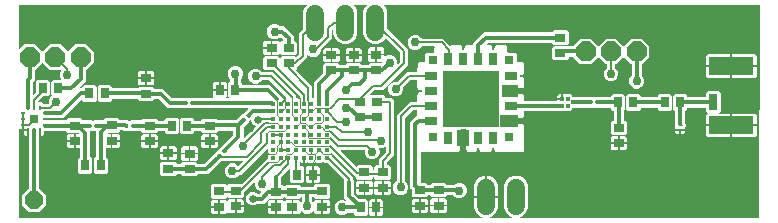
<source format=gbr>
G04 EAGLE Gerber RS-274X export*
G75*
%MOMM*%
%FSLAX34Y34*%
%LPD*%
%INTop Copper*%
%IPPOS*%
%AMOC8*
5,1,8,0,0,1.08239X$1,22.5*%
G01*
G04 Define Apertures*
%ADD10R,0.900000X0.700000*%
%ADD11R,0.700000X0.900000*%
%ADD12R,0.300000X0.375000*%
%ADD13C,1.524000*%
%ADD14P,1.649562X8X22.500000*%
%ADD15R,0.250000X0.350000*%
%ADD16R,0.350000X0.250000*%
%ADD17P,1.814519X8X22.500000*%
%ADD18P,1.814519X8X202.500000*%
%ADD19R,0.762000X0.762000*%
%ADD20R,1.016000X0.635000*%
%ADD21R,0.635000X1.016000*%
%ADD22R,4.724000X4.724000*%
%ADD23R,1.060000X1.360000*%
%ADD24R,1.360000X1.060000*%
%ADD25R,1.485000X1.110000*%
%ADD26C,1.108000*%
%ADD27R,0.440000X0.200000*%
%ADD28R,0.200000X0.440000*%
%ADD29R,0.760000X0.760000*%
%ADD30C,0.400000*%
%ADD31R,3.800000X1.500000*%
%ADD32R,0.750000X1.350000*%
%ADD33C,0.152400*%
%ADD34C,0.076200*%
%ADD35C,0.756400*%
%ADD36C,0.203200*%
%ADD37C,0.355600*%
%ADD38C,0.656400*%
G36*
X402358Y10190D02*
X402483Y10276D01*
X402565Y10404D01*
X402590Y10553D01*
X402556Y10701D01*
X402466Y10823D01*
X402355Y10893D01*
X400391Y11707D01*
X397533Y14565D01*
X395986Y18299D01*
X395986Y27178D01*
X416306Y27178D01*
X416306Y18299D01*
X414759Y14565D01*
X411901Y11707D01*
X409937Y10893D01*
X409811Y10808D01*
X409728Y10681D01*
X409701Y10532D01*
X409735Y10384D01*
X409824Y10261D01*
X409954Y10182D01*
X410082Y10160D01*
X427610Y10160D01*
X427758Y10190D01*
X427883Y10276D01*
X427965Y10404D01*
X427990Y10553D01*
X427956Y10701D01*
X427866Y10823D01*
X427755Y10893D01*
X425791Y11707D01*
X422933Y14565D01*
X421386Y18299D01*
X421386Y37581D01*
X422933Y41315D01*
X425791Y44173D01*
X429525Y45720D01*
X433567Y45720D01*
X437301Y44173D01*
X440159Y41315D01*
X441706Y37581D01*
X441706Y18299D01*
X440159Y14565D01*
X437301Y11707D01*
X435337Y10893D01*
X435211Y10808D01*
X435128Y10681D01*
X435101Y10532D01*
X435135Y10384D01*
X435224Y10261D01*
X435354Y10182D01*
X435482Y10160D01*
X636972Y10160D01*
X637121Y10190D01*
X637246Y10276D01*
X637328Y10404D01*
X637353Y10541D01*
X637581Y190121D01*
X637551Y190269D01*
X637465Y190394D01*
X637337Y190476D01*
X637200Y190502D01*
X319961Y190502D01*
X319813Y190472D01*
X319688Y190386D01*
X319606Y190258D01*
X319580Y190109D01*
X319615Y189961D01*
X319692Y189852D01*
X320906Y188637D01*
X322453Y184903D01*
X322453Y169930D01*
X322483Y169781D01*
X322565Y169660D01*
X339598Y152627D01*
X339598Y139348D01*
X318614Y118364D01*
X311660Y118364D01*
X311511Y118334D01*
X311390Y118252D01*
X307950Y114812D01*
X307866Y114686D01*
X307839Y114537D01*
X307871Y114389D01*
X307959Y114265D01*
X308088Y114185D01*
X308220Y114162D01*
X319352Y114162D01*
X320840Y112674D01*
X320840Y111805D01*
X320870Y111656D01*
X320956Y111531D01*
X321084Y111450D01*
X321221Y111424D01*
X326234Y111424D01*
X328168Y109490D01*
X328168Y63148D01*
X321930Y56910D01*
X321846Y56783D01*
X321818Y56640D01*
X321818Y54831D01*
X321848Y54682D01*
X321934Y54557D01*
X322062Y54476D01*
X322199Y54450D01*
X324068Y54450D01*
X325556Y52962D01*
X325556Y43858D01*
X324068Y42370D01*
X312964Y42370D01*
X311465Y43869D01*
X311446Y43964D01*
X311360Y44089D01*
X311232Y44170D01*
X311095Y44196D01*
X310443Y44196D01*
X310294Y44166D01*
X310169Y44080D01*
X310088Y43952D01*
X310072Y43868D01*
X308574Y42370D01*
X297470Y42370D01*
X295982Y43858D01*
X295982Y44424D01*
X295952Y44573D01*
X295866Y44698D01*
X295738Y44779D01*
X295601Y44805D01*
X295408Y44805D01*
X275382Y64831D01*
X275256Y64915D01*
X275107Y64943D01*
X274959Y64910D01*
X274844Y64831D01*
X274602Y64589D01*
X274518Y64463D01*
X274490Y64314D01*
X274523Y64166D01*
X274602Y64051D01*
X275702Y62951D01*
X275702Y62120D01*
X275732Y61971D01*
X275814Y61850D01*
X293116Y44548D01*
X293116Y43244D01*
X293146Y43096D01*
X293228Y42975D01*
X294132Y42071D01*
X294132Y30752D01*
X294162Y30604D01*
X294244Y30483D01*
X298779Y25948D01*
X298905Y25864D01*
X299048Y25836D01*
X304376Y25836D01*
X305864Y24348D01*
X305864Y13244D01*
X304376Y11756D01*
X295272Y11756D01*
X293784Y13244D01*
X293784Y14097D01*
X293754Y14246D01*
X293668Y14371D01*
X293540Y14452D01*
X293403Y14478D01*
X289006Y14478D01*
X288858Y14448D01*
X288737Y14366D01*
X287807Y13436D01*
X285484Y12474D01*
X282969Y12474D01*
X280645Y13436D01*
X278866Y15215D01*
X277904Y17539D01*
X277904Y20054D01*
X278866Y22377D01*
X280645Y24156D01*
X282969Y25118D01*
X285484Y25118D01*
X286978Y24499D01*
X287127Y24470D01*
X287275Y24501D01*
X287399Y24588D01*
X287480Y24717D01*
X287504Y24866D01*
X287468Y25014D01*
X287393Y25120D01*
X285496Y27017D01*
X285496Y42071D01*
X285605Y42180D01*
X285689Y42306D01*
X285717Y42455D01*
X285684Y42604D01*
X285605Y42719D01*
X271906Y56418D01*
X271779Y56502D01*
X271636Y56530D01*
X269281Y56530D01*
X268181Y57630D01*
X268055Y57714D01*
X267906Y57742D01*
X267758Y57709D01*
X267643Y57630D01*
X266543Y56530D01*
X262781Y56530D01*
X261681Y57630D01*
X261555Y57714D01*
X261406Y57742D01*
X261258Y57709D01*
X261143Y57630D01*
X260043Y56530D01*
X256281Y56530D01*
X255181Y57630D01*
X255055Y57714D01*
X254906Y57742D01*
X254758Y57709D01*
X254643Y57630D01*
X253543Y56530D01*
X252424Y56530D01*
X252424Y61832D01*
X250900Y61832D01*
X250900Y56530D01*
X249781Y56530D01*
X249114Y57197D01*
X248988Y57281D01*
X248839Y57309D01*
X248691Y57276D01*
X248567Y57188D01*
X248487Y57059D01*
X248464Y56928D01*
X248464Y53903D01*
X248494Y53754D01*
X248580Y53629D01*
X248708Y53548D01*
X248845Y53522D01*
X250782Y53522D01*
X252270Y52034D01*
X252270Y40930D01*
X250782Y39442D01*
X241678Y39442D01*
X240190Y40930D01*
X240190Y51358D01*
X240160Y51506D01*
X240074Y51631D01*
X239946Y51713D01*
X239797Y51739D01*
X239649Y51704D01*
X239540Y51627D01*
X232522Y44609D01*
X232438Y44483D01*
X232410Y44340D01*
X232410Y38575D01*
X232440Y38426D01*
X232526Y38301D01*
X232654Y38220D01*
X232791Y38194D01*
X233710Y38194D01*
X234841Y37064D01*
X234967Y36980D01*
X235116Y36952D01*
X235264Y36985D01*
X235379Y37064D01*
X236510Y38194D01*
X247614Y38194D01*
X249194Y36614D01*
X249218Y36579D01*
X249346Y36498D01*
X249483Y36472D01*
X259721Y36472D01*
X259870Y36502D01*
X259995Y36588D01*
X260076Y36716D01*
X260102Y36853D01*
X260102Y36960D01*
X261590Y38448D01*
X272694Y38448D01*
X274182Y36960D01*
X274182Y27856D01*
X272694Y26368D01*
X261590Y26368D01*
X260234Y27724D01*
X260107Y27808D01*
X259964Y27836D01*
X259207Y27836D01*
X259058Y27806D01*
X258933Y27720D01*
X258852Y27592D01*
X258826Y27455D01*
X258826Y24592D01*
X258856Y24444D01*
X258938Y24323D01*
X259452Y23809D01*
X259578Y23725D01*
X259727Y23698D01*
X259875Y23730D01*
X259999Y23818D01*
X260062Y23920D01*
X261590Y25448D01*
X266380Y25448D01*
X266380Y13368D01*
X261590Y13368D01*
X260102Y14856D01*
X260102Y15546D01*
X260072Y15694D01*
X259986Y15819D01*
X259858Y15901D01*
X259709Y15926D01*
X259561Y15891D01*
X259452Y15815D01*
X258089Y14452D01*
X255766Y13490D01*
X253251Y13490D01*
X250927Y14452D01*
X249752Y15627D01*
X249626Y15711D01*
X249477Y15738D01*
X249329Y15706D01*
X249205Y15618D01*
X249125Y15489D01*
X249102Y15358D01*
X249102Y14602D01*
X247614Y13114D01*
X242824Y13114D01*
X242824Y25194D01*
X247614Y25194D01*
X249012Y23796D01*
X249139Y23712D01*
X249288Y23684D01*
X249436Y23717D01*
X249551Y23796D01*
X250078Y24323D01*
X250162Y24449D01*
X250190Y24592D01*
X250190Y27455D01*
X250160Y27604D01*
X250074Y27729D01*
X249946Y27810D01*
X249809Y27836D01*
X249483Y27836D01*
X249334Y27806D01*
X249209Y27720D01*
X249190Y27690D01*
X247614Y26114D01*
X236510Y26114D01*
X235379Y27245D01*
X235253Y27328D01*
X235104Y27356D01*
X234956Y27324D01*
X234841Y27245D01*
X233710Y26114D01*
X222569Y26114D01*
X222552Y26125D01*
X222403Y26153D01*
X222255Y26120D01*
X222140Y26041D01*
X218070Y21971D01*
X212607Y21971D01*
X212459Y21941D01*
X212338Y21859D01*
X211832Y21353D01*
X209692Y20467D01*
X207376Y20467D01*
X205236Y21353D01*
X203598Y22991D01*
X202712Y25131D01*
X202712Y27447D01*
X203598Y29587D01*
X205236Y31225D01*
X207376Y32111D01*
X209692Y32111D01*
X211832Y31225D01*
X212338Y30719D01*
X212464Y30635D01*
X212607Y30607D01*
X214335Y30607D01*
X214483Y30637D01*
X214604Y30719D01*
X215775Y31890D01*
X215859Y32016D01*
X215887Y32165D01*
X215854Y32313D01*
X215766Y32437D01*
X215637Y32517D01*
X215506Y32540D01*
X215151Y32540D01*
X212827Y33502D01*
X211048Y35281D01*
X210086Y37605D01*
X210086Y39500D01*
X210056Y39649D01*
X209970Y39774D01*
X209842Y39856D01*
X209693Y39881D01*
X209545Y39846D01*
X209436Y39770D01*
X201208Y31542D01*
X201124Y31415D01*
X201096Y31272D01*
X201096Y28364D01*
X199608Y26876D01*
X188504Y26876D01*
X187467Y27913D01*
X187341Y27996D01*
X187192Y28024D01*
X187044Y27992D01*
X186929Y27913D01*
X185384Y26368D01*
X174280Y26368D01*
X172792Y27856D01*
X172792Y36960D01*
X174280Y38448D01*
X185384Y38448D01*
X186421Y37412D01*
X186547Y37328D01*
X186696Y37300D01*
X186844Y37333D01*
X186959Y37412D01*
X188504Y38956D01*
X199124Y38956D01*
X199273Y38986D01*
X199394Y39068D01*
X221010Y60684D01*
X221094Y60811D01*
X221122Y60954D01*
X221122Y62951D01*
X222222Y64051D01*
X222306Y64177D01*
X222334Y64326D01*
X222301Y64474D01*
X222222Y64589D01*
X221122Y65689D01*
X221122Y68385D01*
X221092Y68534D01*
X221006Y68659D01*
X220878Y68741D01*
X220729Y68766D01*
X220581Y68731D01*
X220472Y68655D01*
X198299Y46482D01*
X196992Y46482D01*
X196843Y46452D01*
X196718Y46366D01*
X196640Y46247D01*
X196622Y46203D01*
X194843Y44424D01*
X192520Y43462D01*
X190005Y43462D01*
X187681Y44424D01*
X185902Y46203D01*
X184940Y48527D01*
X184940Y51042D01*
X185902Y53365D01*
X187681Y55144D01*
X190005Y56106D01*
X192520Y56106D01*
X194843Y55144D01*
X195963Y54024D01*
X196089Y53940D01*
X196238Y53913D01*
X196386Y53945D01*
X196501Y54024D01*
X200247Y57770D01*
X200331Y57896D01*
X200359Y58045D01*
X200326Y58193D01*
X200238Y58317D01*
X200109Y58397D01*
X199978Y58420D01*
X182378Y58420D01*
X182230Y58390D01*
X182109Y58308D01*
X170945Y47144D01*
X162361Y47144D01*
X162212Y47114D01*
X162087Y47028D01*
X162006Y46900D01*
X162002Y46882D01*
X160492Y45372D01*
X149388Y45372D01*
X147900Y46860D01*
X147900Y46967D01*
X147870Y47116D01*
X147784Y47241D01*
X147656Y47322D01*
X147519Y47348D01*
X144327Y47348D01*
X144178Y47318D01*
X144053Y47232D01*
X144034Y47202D01*
X142458Y45626D01*
X131354Y45626D01*
X129866Y47114D01*
X129866Y56218D01*
X131354Y57706D01*
X142458Y57706D01*
X144038Y56126D01*
X144062Y56091D01*
X144190Y56010D01*
X144327Y55984D01*
X147762Y55984D01*
X147911Y56014D01*
X148032Y56096D01*
X149388Y57452D01*
X160492Y57452D01*
X162053Y55892D01*
X162179Y55808D01*
X162322Y55780D01*
X167210Y55780D01*
X167358Y55810D01*
X167479Y55892D01*
X178669Y67082D01*
X178669Y67082D01*
X178790Y67163D01*
X179022Y67395D01*
X179274Y67395D01*
X179423Y67425D01*
X179548Y67511D01*
X179630Y67638D01*
X179655Y67776D01*
X179655Y68028D01*
X179887Y68260D01*
X179965Y68377D01*
X191912Y80325D01*
X191996Y80451D01*
X192024Y80594D01*
X192024Y83566D01*
X191994Y83715D01*
X191908Y83840D01*
X191780Y83921D01*
X191643Y83947D01*
X179379Y83947D01*
X179230Y83917D01*
X179105Y83831D01*
X179024Y83703D01*
X178998Y83566D01*
X178998Y83482D01*
X177510Y81994D01*
X166406Y81994D01*
X164946Y83454D01*
X164819Y83538D01*
X164676Y83566D01*
X159225Y83566D01*
X159076Y83536D01*
X158951Y83450D01*
X158870Y83322D01*
X158844Y83185D01*
X158844Y82332D01*
X157356Y80844D01*
X148252Y80844D01*
X146764Y82332D01*
X146764Y93436D01*
X148252Y94924D01*
X157356Y94924D01*
X158844Y93436D01*
X158844Y92583D01*
X158874Y92434D01*
X158960Y92309D01*
X159088Y92228D01*
X159225Y92202D01*
X164537Y92202D01*
X164686Y92232D01*
X164811Y92318D01*
X164892Y92446D01*
X164918Y92583D01*
X164918Y92586D01*
X166406Y94074D01*
X177510Y94074D01*
X178890Y92695D01*
X179016Y92611D01*
X179159Y92583D01*
X194396Y92583D01*
X194544Y92613D01*
X194665Y92695D01*
X195975Y94004D01*
X196058Y94131D01*
X196086Y94274D01*
X196086Y94457D01*
X196318Y94689D01*
X196396Y94806D01*
X198989Y97400D01*
X198989Y97400D01*
X199110Y97481D01*
X199342Y97713D01*
X199594Y97713D01*
X199743Y97743D01*
X199868Y97829D01*
X199950Y97956D01*
X199975Y98094D01*
X199975Y98346D01*
X203231Y101602D01*
X203668Y101602D01*
X203817Y101632D01*
X203938Y101713D01*
X204444Y102220D01*
X204528Y102346D01*
X204556Y102495D01*
X204523Y102643D01*
X204435Y102767D01*
X204306Y102847D01*
X204175Y102870D01*
X155605Y102870D01*
X155605Y102870D01*
X155462Y102898D01*
X155134Y102898D01*
X154955Y103077D01*
X154829Y103160D01*
X154680Y103188D01*
X154532Y103156D01*
X154417Y103077D01*
X154238Y102898D01*
X153910Y102898D01*
X153773Y102870D01*
X136641Y102870D01*
X128775Y110736D01*
X128649Y110820D01*
X128506Y110848D01*
X125531Y110848D01*
X125382Y110818D01*
X125257Y110732D01*
X125238Y110702D01*
X123662Y109126D01*
X112558Y109126D01*
X111070Y110614D01*
X111070Y110617D01*
X111040Y110766D01*
X110954Y110891D01*
X110826Y110972D01*
X110689Y110998D01*
X89629Y110998D01*
X89480Y110968D01*
X89355Y110882D01*
X89274Y110754D01*
X89248Y110617D01*
X89248Y109764D01*
X87760Y108276D01*
X78656Y108276D01*
X77168Y109764D01*
X77168Y120868D01*
X78656Y122356D01*
X87760Y122356D01*
X89248Y120868D01*
X89248Y120015D01*
X89278Y119866D01*
X89364Y119741D01*
X89492Y119660D01*
X89629Y119634D01*
X110828Y119634D01*
X110977Y119664D01*
X111098Y119746D01*
X112558Y121206D01*
X123662Y121206D01*
X125242Y119626D01*
X125266Y119591D01*
X125394Y119510D01*
X125531Y119484D01*
X132241Y119484D01*
X140107Y111618D01*
X140233Y111534D01*
X140376Y111506D01*
X153004Y111506D01*
X153012Y111507D01*
X153016Y111506D01*
X153767Y111506D01*
X153767Y111506D01*
X153910Y111478D01*
X154238Y111478D01*
X154417Y111300D01*
X154543Y111216D01*
X154692Y111188D01*
X154840Y111221D01*
X154955Y111300D01*
X155134Y111478D01*
X155462Y111478D01*
X155599Y111506D01*
X174790Y111506D01*
X174939Y111536D01*
X175064Y111622D01*
X175145Y111750D01*
X175171Y111899D01*
X175136Y112047D01*
X175060Y112156D01*
X174404Y112812D01*
X174404Y117602D01*
X186484Y117602D01*
X186484Y112812D01*
X185829Y112156D01*
X185745Y112030D01*
X185717Y111881D01*
X185750Y111733D01*
X185837Y111609D01*
X185966Y111529D01*
X186098Y111506D01*
X187790Y111506D01*
X187939Y111536D01*
X188064Y111622D01*
X188145Y111750D01*
X188171Y111899D01*
X188136Y112047D01*
X188060Y112156D01*
X187404Y112812D01*
X187404Y123916D01*
X188892Y125404D01*
X189253Y125404D01*
X189402Y125434D01*
X189527Y125520D01*
X189608Y125648D01*
X189634Y125785D01*
X189634Y127150D01*
X189604Y127298D01*
X189522Y127419D01*
X188442Y128499D01*
X187480Y130823D01*
X187480Y133338D01*
X188442Y135661D01*
X190221Y137440D01*
X192545Y138402D01*
X195060Y138402D01*
X197383Y137440D01*
X199162Y135661D01*
X200124Y133338D01*
X200124Y130823D01*
X199162Y128499D01*
X198382Y127719D01*
X198298Y127593D01*
X198270Y127450D01*
X198270Y125288D01*
X198300Y125139D01*
X198382Y125019D01*
X199484Y123916D01*
X199484Y123063D01*
X199514Y122914D01*
X199600Y122789D01*
X199728Y122708D01*
X199865Y122682D01*
X223023Y122682D01*
X233172Y112533D01*
X233172Y111491D01*
X233202Y111342D01*
X233288Y111217D01*
X233416Y111136D01*
X233553Y111110D01*
X234043Y111110D01*
X235143Y110010D01*
X235269Y109926D01*
X235418Y109898D01*
X235566Y109931D01*
X235681Y110010D01*
X236781Y111110D01*
X237226Y111110D01*
X237375Y111140D01*
X237500Y111226D01*
X237582Y111354D01*
X237607Y111503D01*
X237572Y111651D01*
X237496Y111760D01*
X222622Y126634D01*
X222495Y126718D01*
X222352Y126746D01*
X216550Y126746D01*
X216401Y126716D01*
X216276Y126630D01*
X216198Y126511D01*
X216179Y126467D01*
X214401Y124688D01*
X212077Y123726D01*
X209562Y123726D01*
X207239Y124688D01*
X205460Y126467D01*
X204498Y128791D01*
X204498Y131306D01*
X205460Y133629D01*
X207239Y135408D01*
X209562Y136370D01*
X212077Y136370D01*
X214401Y135408D01*
X216179Y133629D01*
X216198Y133585D01*
X216282Y133459D01*
X216409Y133377D01*
X216550Y133350D01*
X225246Y133350D01*
X245214Y113382D01*
X245214Y111491D01*
X245244Y111342D01*
X245330Y111217D01*
X245458Y111136D01*
X245595Y111110D01*
X247043Y111110D01*
X247710Y110443D01*
X247836Y110359D01*
X247985Y110331D01*
X248133Y110364D01*
X248257Y110452D01*
X248337Y110581D01*
X248360Y110712D01*
X248360Y112826D01*
X248330Y112975D01*
X248248Y113096D01*
X226422Y134922D01*
X226295Y135006D01*
X226152Y135034D01*
X218824Y135034D01*
X217336Y136522D01*
X217336Y145626D01*
X218824Y147114D01*
X229928Y147114D01*
X231426Y145617D01*
X231552Y145533D01*
X231701Y145505D01*
X231849Y145538D01*
X231964Y145617D01*
X233208Y146860D01*
X244312Y146860D01*
X244671Y146501D01*
X244797Y146418D01*
X244946Y146390D01*
X245094Y146422D01*
X245210Y146501D01*
X247284Y148576D01*
X247368Y148703D01*
X247396Y148846D01*
X247396Y165835D01*
X251221Y169660D01*
X251305Y169787D01*
X251333Y169930D01*
X251333Y184903D01*
X252880Y188637D01*
X254094Y189852D01*
X254178Y189978D01*
X254206Y190127D01*
X254173Y190275D01*
X254085Y190399D01*
X253956Y190479D01*
X253825Y190502D01*
X10782Y190502D01*
X10633Y190472D01*
X10508Y190386D01*
X10426Y190258D01*
X10401Y190121D01*
X10354Y153284D01*
X10384Y153136D01*
X10470Y153011D01*
X10597Y152929D01*
X10747Y152903D01*
X10894Y152938D01*
X11004Y153014D01*
X15034Y157044D01*
X24082Y157044D01*
X30084Y151042D01*
X30210Y150959D01*
X30359Y150931D01*
X30507Y150963D01*
X30622Y151042D01*
X36624Y157044D01*
X45672Y157044D01*
X51674Y151042D01*
X51800Y150959D01*
X51949Y150931D01*
X52097Y150963D01*
X52212Y151042D01*
X58214Y157044D01*
X67262Y157044D01*
X73660Y150646D01*
X73660Y141598D01*
X67168Y135106D01*
X67084Y134979D01*
X67056Y134836D01*
X67056Y125973D01*
X61367Y120284D01*
X61283Y120158D01*
X61255Y120009D01*
X61288Y119861D01*
X61376Y119737D01*
X61505Y119657D01*
X61636Y119634D01*
X63787Y119634D01*
X63936Y119664D01*
X64061Y119750D01*
X64142Y119878D01*
X64168Y120015D01*
X64168Y120868D01*
X65656Y122356D01*
X74760Y122356D01*
X76248Y120868D01*
X76248Y109764D01*
X74760Y108276D01*
X65656Y108276D01*
X64127Y109805D01*
X64000Y109889D01*
X63851Y109917D01*
X63703Y109884D01*
X63588Y109805D01*
X48191Y94408D01*
X37535Y94408D01*
X37535Y94488D01*
X31652Y94488D01*
X31652Y92964D01*
X37154Y92964D01*
X37154Y92887D01*
X37184Y92738D01*
X37270Y92613D01*
X37398Y92532D01*
X37535Y92506D01*
X50491Y92506D01*
X50640Y92536D01*
X50765Y92622D01*
X50784Y92652D01*
X52360Y94228D01*
X63464Y94228D01*
X65044Y92648D01*
X65068Y92613D01*
X65196Y92532D01*
X65333Y92506D01*
X72158Y92506D01*
X72233Y92456D01*
X72376Y92428D01*
X72704Y92428D01*
X72883Y92250D01*
X73009Y92166D01*
X73158Y92138D01*
X73306Y92171D01*
X73421Y92250D01*
X73600Y92428D01*
X73928Y92428D01*
X74065Y92456D01*
X81479Y92456D01*
X81628Y92486D01*
X81753Y92572D01*
X81834Y92700D01*
X81860Y92837D01*
X81860Y92840D01*
X83348Y94328D01*
X94452Y94328D01*
X96032Y92748D01*
X96056Y92713D01*
X96184Y92632D01*
X96321Y92606D01*
X102350Y92606D01*
X102416Y92540D01*
X102542Y92456D01*
X102685Y92428D01*
X104200Y92428D01*
X104379Y92250D01*
X104505Y92166D01*
X104654Y92138D01*
X104802Y92171D01*
X104917Y92250D01*
X105096Y92428D01*
X105424Y92428D01*
X105561Y92456D01*
X113830Y92456D01*
X113979Y92486D01*
X114100Y92568D01*
X115606Y94074D01*
X126710Y94074D01*
X128198Y92586D01*
X128198Y92583D01*
X128228Y92434D01*
X128314Y92309D01*
X128442Y92228D01*
X128579Y92202D01*
X133383Y92202D01*
X133532Y92232D01*
X133657Y92318D01*
X133738Y92446D01*
X133764Y92583D01*
X133764Y93436D01*
X135252Y94924D01*
X144356Y94924D01*
X145844Y93436D01*
X145844Y82332D01*
X144356Y80844D01*
X135252Y80844D01*
X133764Y82332D01*
X133764Y83185D01*
X133734Y83334D01*
X133648Y83459D01*
X133520Y83540D01*
X133383Y83566D01*
X128440Y83566D01*
X128291Y83536D01*
X128171Y83454D01*
X126710Y81994D01*
X115606Y81994D01*
X114107Y83493D01*
X114088Y83588D01*
X114002Y83713D01*
X113874Y83794D01*
X113737Y83820D01*
X105567Y83820D01*
X105567Y83820D01*
X105424Y83848D01*
X105096Y83848D01*
X104917Y84027D01*
X104791Y84110D01*
X104642Y84138D01*
X104494Y84106D01*
X104379Y84027D01*
X104200Y83848D01*
X103447Y83848D01*
X103299Y83818D01*
X103178Y83736D01*
X102881Y83439D01*
X99303Y83439D01*
X98884Y83858D01*
X98758Y83942D01*
X98615Y83970D01*
X96321Y83970D01*
X96172Y83940D01*
X96047Y83854D01*
X96028Y83824D01*
X94452Y82248D01*
X85972Y82248D01*
X85824Y82218D01*
X85703Y82136D01*
X85545Y81978D01*
X85461Y81852D01*
X85433Y81703D01*
X85466Y81555D01*
X85554Y81431D01*
X85683Y81351D01*
X85814Y81328D01*
X88138Y81328D01*
X88138Y69248D01*
X84445Y69248D01*
X84296Y69218D01*
X84171Y69132D01*
X84090Y69004D01*
X84064Y68867D01*
X84064Y61777D01*
X84094Y61628D01*
X84180Y61503D01*
X84210Y61484D01*
X85786Y59908D01*
X85786Y48804D01*
X84298Y47316D01*
X75194Y47316D01*
X73706Y48804D01*
X73706Y59908D01*
X75286Y61488D01*
X75321Y61512D01*
X75402Y61640D01*
X75428Y61777D01*
X75428Y83439D01*
X75398Y83588D01*
X75312Y83713D01*
X75184Y83794D01*
X75047Y83820D01*
X74071Y83820D01*
X74071Y83820D01*
X73928Y83848D01*
X73600Y83848D01*
X73421Y84027D01*
X73295Y84110D01*
X73146Y84138D01*
X72998Y84106D01*
X72883Y84027D01*
X72704Y83848D01*
X72376Y83848D01*
X72239Y83820D01*
X71445Y83820D01*
X71296Y83790D01*
X71171Y83704D01*
X71090Y83576D01*
X71064Y83439D01*
X71064Y61777D01*
X71094Y61628D01*
X71180Y61503D01*
X71210Y61484D01*
X72786Y59908D01*
X72786Y48804D01*
X71298Y47316D01*
X62194Y47316D01*
X60706Y48804D01*
X60706Y59908D01*
X62286Y61488D01*
X62321Y61512D01*
X62402Y61640D01*
X62428Y61777D01*
X62428Y68767D01*
X62398Y68916D01*
X62312Y69041D01*
X62184Y69122D01*
X62047Y69148D01*
X58674Y69148D01*
X58674Y81228D01*
X60640Y81228D01*
X60788Y81258D01*
X60913Y81344D01*
X60995Y81472D01*
X61020Y81621D01*
X60986Y81769D01*
X60909Y81878D01*
X60751Y82036D01*
X60625Y82120D01*
X60482Y82148D01*
X52360Y82148D01*
X50780Y83728D01*
X50756Y83763D01*
X50628Y83844D01*
X50491Y83870D01*
X32035Y83870D01*
X31886Y83840D01*
X31761Y83754D01*
X31680Y83626D01*
X31654Y83489D01*
X31654Y81174D01*
X30166Y79686D01*
X28876Y79686D01*
X28876Y85188D01*
X27352Y85188D01*
X27352Y79305D01*
X27432Y79305D01*
X27432Y35608D01*
X27462Y35460D01*
X27544Y35339D01*
X33274Y29608D01*
X33274Y21192D01*
X27322Y15240D01*
X18906Y15240D01*
X12954Y21192D01*
X12954Y29608D01*
X18684Y35339D01*
X18768Y35465D01*
X18796Y35608D01*
X18796Y79305D01*
X18876Y79305D01*
X18876Y85188D01*
X14576Y85188D01*
X14576Y89488D01*
X13052Y89488D01*
X13052Y85186D01*
X10648Y85186D01*
X10500Y85156D01*
X10375Y85070D01*
X10293Y84942D01*
X10267Y84805D01*
X10173Y10541D01*
X10203Y10393D01*
X10289Y10268D01*
X10417Y10186D01*
X10554Y10160D01*
X402210Y10160D01*
X402358Y10190D01*
G37*
%LPC*%
G36*
X233208Y147780D02*
X231710Y149278D01*
X231584Y149361D01*
X231435Y149389D01*
X231287Y149357D01*
X231172Y149278D01*
X229928Y148034D01*
X225138Y148034D01*
X225138Y160114D01*
X229928Y160114D01*
X231426Y158617D01*
X231552Y158533D01*
X231701Y158505D01*
X231849Y158538D01*
X231964Y158617D01*
X233208Y159860D01*
X234061Y159860D01*
X234210Y159890D01*
X234335Y159976D01*
X234416Y160104D01*
X234442Y160241D01*
X234442Y160614D01*
X234412Y160762D01*
X234330Y160883D01*
X232001Y163213D01*
X231875Y163296D01*
X231726Y163324D01*
X231577Y163292D01*
X231462Y163213D01*
X230657Y162407D01*
X228334Y161445D01*
X225819Y161445D01*
X223495Y162407D01*
X221716Y164186D01*
X220754Y166510D01*
X220754Y169025D01*
X221716Y171348D01*
X223495Y173127D01*
X225819Y174089D01*
X228334Y174089D01*
X230657Y173127D01*
X231587Y172197D01*
X231713Y172113D01*
X231856Y172085D01*
X235342Y172085D01*
X243078Y164349D01*
X243078Y160241D01*
X243108Y160092D01*
X243194Y159967D01*
X243322Y159886D01*
X243459Y159860D01*
X244312Y159860D01*
X245800Y158372D01*
X245800Y149268D01*
X244312Y147780D01*
X233208Y147780D01*
G37*
G36*
X382029Y26698D02*
X379705Y27660D01*
X378371Y28994D01*
X378245Y29078D01*
X378102Y29106D01*
X373181Y29106D01*
X373032Y29076D01*
X372907Y28990D01*
X372888Y28960D01*
X371312Y27384D01*
X360208Y27384D01*
X358628Y28964D01*
X358604Y28999D01*
X358476Y29080D01*
X358339Y29106D01*
X357433Y29106D01*
X357284Y29076D01*
X357159Y28990D01*
X357078Y28862D01*
X357064Y28790D01*
X355564Y27290D01*
X344460Y27290D01*
X342972Y28778D01*
X342972Y34106D01*
X342942Y34254D01*
X342860Y34375D01*
X341884Y35351D01*
X341884Y90943D01*
X347207Y96266D01*
X347509Y96266D01*
X347658Y96296D01*
X347783Y96382D01*
X347864Y96510D01*
X347890Y96647D01*
X347890Y101219D01*
X347860Y101368D01*
X347774Y101493D01*
X347646Y101574D01*
X347509Y101600D01*
X344172Y101600D01*
X344023Y101570D01*
X343902Y101488D01*
X337170Y94756D01*
X337086Y94629D01*
X337058Y94486D01*
X337058Y41544D01*
X337088Y41395D01*
X337174Y41270D01*
X337293Y41192D01*
X337337Y41174D01*
X339116Y39395D01*
X340078Y37072D01*
X340078Y34557D01*
X339116Y32233D01*
X337337Y30454D01*
X335014Y29492D01*
X332499Y29492D01*
X330175Y30454D01*
X328396Y32233D01*
X327434Y34557D01*
X327434Y37072D01*
X328396Y39395D01*
X330175Y41174D01*
X330219Y41192D01*
X330345Y41276D01*
X330427Y41404D01*
X330454Y41544D01*
X330454Y97380D01*
X341278Y108204D01*
X347509Y108204D01*
X347658Y108234D01*
X347783Y108320D01*
X347864Y108448D01*
X347890Y108585D01*
X347890Y113936D01*
X347971Y114587D01*
X348104Y114977D01*
X348303Y115346D01*
X348561Y115678D01*
X348869Y115962D01*
X349220Y116192D01*
X349605Y116361D01*
X350012Y116464D01*
X350446Y116500D01*
X351461Y116500D01*
X351610Y116530D01*
X351735Y116616D01*
X351816Y116744D01*
X351842Y116881D01*
X351842Y117815D01*
X351812Y117964D01*
X351726Y118089D01*
X351598Y118170D01*
X351461Y118196D01*
X350454Y118196D01*
X349803Y118277D01*
X349413Y118410D01*
X349044Y118609D01*
X348712Y118867D01*
X348428Y119175D01*
X348198Y119526D01*
X348029Y119911D01*
X347926Y120318D01*
X347890Y120752D01*
X347890Y126365D01*
X347860Y126514D01*
X347774Y126639D01*
X347646Y126720D01*
X347509Y126746D01*
X341886Y126746D01*
X341737Y126716D01*
X341616Y126634D01*
X335824Y120843D01*
X335741Y120716D01*
X335713Y120567D01*
X335742Y120427D01*
X335760Y120384D01*
X335760Y117869D01*
X334798Y115545D01*
X333019Y113766D01*
X330696Y112804D01*
X328181Y112804D01*
X325857Y113766D01*
X324078Y115545D01*
X323116Y117869D01*
X323116Y120384D01*
X324078Y122707D01*
X325857Y124486D01*
X328181Y125448D01*
X330696Y125448D01*
X330739Y125430D01*
X330888Y125401D01*
X331037Y125432D01*
X331155Y125512D01*
X338992Y133350D01*
X347497Y133350D01*
X347646Y133380D01*
X347771Y133466D01*
X347853Y133594D01*
X347878Y133722D01*
X348007Y139401D01*
X348092Y140008D01*
X348228Y140398D01*
X348430Y140766D01*
X348690Y141096D01*
X349000Y141378D01*
X349353Y141606D01*
X349739Y141772D01*
X350147Y141872D01*
X350581Y141905D01*
X353998Y141881D01*
X354147Y141910D01*
X354273Y141995D01*
X354355Y142122D01*
X354382Y142262D01*
X354382Y148320D01*
X355870Y149808D01*
X361909Y149808D01*
X362058Y149838D01*
X362183Y149924D01*
X362264Y150052D01*
X362290Y150189D01*
X362290Y153736D01*
X362371Y154387D01*
X362474Y154690D01*
X362494Y154840D01*
X362453Y154986D01*
X362358Y155105D01*
X362225Y155177D01*
X362114Y155194D01*
X351678Y155194D01*
X351529Y155164D01*
X351404Y155078D01*
X351326Y154959D01*
X351308Y154915D01*
X349529Y153136D01*
X347206Y152174D01*
X344691Y152174D01*
X342367Y153136D01*
X340588Y154915D01*
X339626Y157239D01*
X339626Y159754D01*
X340588Y162077D01*
X342367Y163856D01*
X344691Y164818D01*
X347206Y164818D01*
X349529Y163856D01*
X351308Y162077D01*
X351326Y162033D01*
X351410Y161907D01*
X351538Y161825D01*
X351678Y161798D01*
X369668Y161798D01*
X375608Y155857D01*
X375735Y155774D01*
X375884Y155746D01*
X376086Y155808D01*
X376368Y155992D01*
X376752Y156161D01*
X377159Y156264D01*
X377593Y156300D01*
X383380Y156300D01*
X384031Y156219D01*
X384421Y156086D01*
X384790Y155887D01*
X385122Y155630D01*
X385406Y155321D01*
X385636Y154970D01*
X385805Y154585D01*
X385908Y154178D01*
X385944Y153744D01*
X385944Y152729D01*
X385974Y152580D01*
X386060Y152455D01*
X386188Y152374D01*
X386325Y152348D01*
X387310Y152348D01*
X387458Y152378D01*
X387583Y152464D01*
X387665Y152592D01*
X387691Y152730D01*
X387687Y153693D01*
X387696Y153908D01*
X387765Y154329D01*
X387901Y154727D01*
X388100Y155096D01*
X388358Y155428D01*
X388667Y155712D01*
X389018Y155942D01*
X389402Y156111D01*
X389809Y156214D01*
X390243Y156250D01*
X394843Y156250D01*
X394992Y156280D01*
X395117Y156366D01*
X395198Y156494D01*
X395224Y156631D01*
X395224Y157745D01*
X404415Y166936D01*
X461369Y166936D01*
X461518Y166966D01*
X461643Y167052D01*
X461662Y167082D01*
X463238Y168658D01*
X474342Y168658D01*
X475830Y167170D01*
X475830Y158066D01*
X474342Y156578D01*
X463238Y156578D01*
X461658Y158158D01*
X461634Y158193D01*
X461506Y158274D01*
X461369Y158300D01*
X408150Y158300D01*
X408002Y158270D01*
X407881Y158188D01*
X406643Y156950D01*
X406559Y156824D01*
X406531Y156675D01*
X406564Y156527D01*
X406652Y156403D01*
X406781Y156323D01*
X406912Y156300D01*
X408849Y156300D01*
X409063Y156291D01*
X409485Y156220D01*
X409881Y156083D01*
X410250Y155882D01*
X410581Y155623D01*
X410864Y155314D01*
X411093Y154962D01*
X411260Y154577D01*
X411362Y154170D01*
X411397Y153735D01*
X411393Y152730D01*
X411423Y152582D01*
X411508Y152456D01*
X411635Y152374D01*
X411774Y152348D01*
X412759Y152348D01*
X412908Y152378D01*
X413033Y152464D01*
X413114Y152592D01*
X413140Y152729D01*
X413140Y153736D01*
X413221Y154387D01*
X413354Y154777D01*
X413553Y155146D01*
X413811Y155478D01*
X414119Y155762D01*
X414470Y155992D01*
X414855Y156161D01*
X415262Y156264D01*
X415696Y156300D01*
X421580Y156300D01*
X422231Y156219D01*
X422621Y156086D01*
X422990Y155887D01*
X423322Y155630D01*
X423606Y155321D01*
X423836Y154970D01*
X424005Y154585D01*
X424108Y154178D01*
X424144Y153744D01*
X424144Y150189D01*
X424174Y150040D01*
X424260Y149915D01*
X424388Y149834D01*
X424525Y149808D01*
X430514Y149808D01*
X432002Y148320D01*
X432002Y142281D01*
X432032Y142132D01*
X432118Y142007D01*
X432246Y141926D01*
X432383Y141900D01*
X435930Y141900D01*
X436581Y141819D01*
X436971Y141686D01*
X437340Y141487D01*
X437672Y141230D01*
X437956Y140921D01*
X438186Y140570D01*
X438355Y140185D01*
X438458Y139778D01*
X438494Y139344D01*
X438494Y133510D01*
X438413Y132859D01*
X438280Y132469D01*
X438081Y132100D01*
X437824Y131768D01*
X437515Y131484D01*
X437164Y131254D01*
X436779Y131085D01*
X436372Y130982D01*
X435938Y130946D01*
X434923Y130946D01*
X434774Y130916D01*
X434649Y130830D01*
X434568Y130702D01*
X434542Y130565D01*
X434542Y129531D01*
X434572Y129382D01*
X434658Y129257D01*
X434786Y129176D01*
X434923Y129150D01*
X435930Y129150D01*
X436581Y129069D01*
X436971Y128936D01*
X437340Y128737D01*
X437672Y128480D01*
X437956Y128171D01*
X438186Y127820D01*
X438355Y127435D01*
X438458Y127028D01*
X438494Y126594D01*
X438494Y122260D01*
X438413Y121609D01*
X438280Y121219D01*
X438081Y120850D01*
X437824Y120518D01*
X437515Y120234D01*
X437164Y120004D01*
X436779Y119835D01*
X436372Y119732D01*
X435938Y119696D01*
X419733Y119696D01*
X419584Y119666D01*
X419459Y119580D01*
X419378Y119452D01*
X419352Y119315D01*
X419352Y115181D01*
X419382Y115032D01*
X419468Y114907D01*
X419596Y114826D01*
X419733Y114800D01*
X435980Y114800D01*
X436631Y114719D01*
X437021Y114586D01*
X437390Y114387D01*
X437722Y114130D01*
X438006Y113821D01*
X438236Y113470D01*
X438405Y113085D01*
X438508Y112678D01*
X438544Y112244D01*
X438544Y109347D01*
X438574Y109198D01*
X438660Y109073D01*
X438788Y108992D01*
X438925Y108966D01*
X465559Y108966D01*
X465708Y108996D01*
X465833Y109082D01*
X465914Y109210D01*
X465940Y109347D01*
X465940Y109804D01*
X470742Y109804D01*
X470742Y114981D01*
X474218Y114981D01*
X474218Y109804D01*
X475742Y109804D01*
X475742Y114981D01*
X477532Y114981D01*
X479020Y113493D01*
X479020Y112492D01*
X479050Y112343D01*
X479136Y112218D01*
X479264Y112137D01*
X479401Y112111D01*
X482540Y112111D01*
X482644Y112042D01*
X482787Y112014D01*
X496413Y112014D01*
X496413Y112014D01*
X496556Y111986D01*
X496884Y111986D01*
X497063Y111808D01*
X497189Y111724D01*
X497338Y111696D01*
X497486Y111729D01*
X497601Y111808D01*
X497780Y111986D01*
X498108Y111986D01*
X498245Y112014D01*
X511335Y112014D01*
X511484Y112044D01*
X511609Y112130D01*
X511690Y112258D01*
X511716Y112395D01*
X511716Y113248D01*
X513204Y114736D01*
X522308Y114736D01*
X523796Y113248D01*
X523796Y102144D01*
X522844Y101192D01*
X522760Y101065D01*
X522732Y100922D01*
X522732Y92677D01*
X522762Y92528D01*
X522848Y92403D01*
X522976Y92322D01*
X523113Y92296D01*
X523966Y92296D01*
X525454Y90808D01*
X525454Y81704D01*
X523966Y80216D01*
X512862Y80216D01*
X511374Y81704D01*
X511374Y90808D01*
X512862Y92296D01*
X513715Y92296D01*
X513864Y92326D01*
X513989Y92412D01*
X514070Y92540D01*
X514096Y92677D01*
X514096Y100275D01*
X514066Y100424D01*
X513980Y100549D01*
X513852Y100630D01*
X513715Y100656D01*
X513204Y100656D01*
X511716Y102144D01*
X511716Y102997D01*
X511686Y103146D01*
X511600Y103271D01*
X511472Y103352D01*
X511335Y103378D01*
X498251Y103378D01*
X498251Y103378D01*
X498108Y103406D01*
X497780Y103406D01*
X497601Y103585D01*
X497475Y103668D01*
X497326Y103696D01*
X497178Y103664D01*
X497063Y103585D01*
X496884Y103406D01*
X496556Y103406D01*
X496419Y103378D01*
X482787Y103378D01*
X482638Y103348D01*
X482539Y103281D01*
X479401Y103281D01*
X479252Y103251D01*
X479127Y103165D01*
X479046Y103037D01*
X479020Y102900D01*
X479020Y101899D01*
X477532Y100411D01*
X475742Y100411D01*
X475742Y105588D01*
X474218Y105588D01*
X474218Y100411D01*
X471829Y100411D01*
X471681Y100381D01*
X471605Y100330D01*
X438875Y100330D01*
X438726Y100300D01*
X438601Y100214D01*
X438520Y100086D01*
X438494Y99949D01*
X438494Y97264D01*
X438417Y96629D01*
X438286Y96238D01*
X438089Y95867D01*
X437834Y95534D01*
X437527Y95248D01*
X437177Y95016D01*
X436793Y94845D01*
X436387Y94739D01*
X435953Y94701D01*
X419731Y94604D01*
X419582Y94573D01*
X419458Y94486D01*
X419377Y94358D01*
X419352Y94223D01*
X419352Y89681D01*
X419382Y89532D01*
X419468Y89407D01*
X419596Y89326D01*
X419733Y89300D01*
X435930Y89300D01*
X436581Y89219D01*
X436971Y89086D01*
X437340Y88887D01*
X437672Y88630D01*
X437956Y88321D01*
X438186Y87970D01*
X438355Y87585D01*
X438458Y87178D01*
X438494Y86744D01*
X438494Y68160D01*
X438413Y67509D01*
X438280Y67119D01*
X438081Y66750D01*
X437824Y66418D01*
X437515Y66134D01*
X437164Y65904D01*
X436779Y65735D01*
X436372Y65632D01*
X435938Y65596D01*
X415635Y65596D01*
X415421Y65605D01*
X414999Y65676D01*
X414603Y65813D01*
X414234Y66014D01*
X413903Y66272D01*
X413620Y66582D01*
X413391Y66934D01*
X413224Y67319D01*
X413122Y67726D01*
X413087Y68161D01*
X413091Y69266D01*
X413062Y69414D01*
X412976Y69540D01*
X412849Y69622D01*
X412710Y69648D01*
X411725Y69648D01*
X411576Y69618D01*
X411451Y69532D01*
X411370Y69404D01*
X411344Y69267D01*
X411344Y68260D01*
X411263Y67609D01*
X411130Y67219D01*
X410931Y66850D01*
X410674Y66518D01*
X410365Y66234D01*
X410014Y66004D01*
X409629Y65835D01*
X409222Y65732D01*
X408788Y65696D01*
X402954Y65696D01*
X402303Y65777D01*
X401913Y65910D01*
X401544Y66109D01*
X401212Y66367D01*
X400928Y66675D01*
X400698Y67026D01*
X400529Y67411D01*
X400426Y67818D01*
X400390Y68252D01*
X400390Y69267D01*
X400360Y69416D01*
X400274Y69541D01*
X400146Y69622D01*
X400009Y69648D01*
X399075Y69648D01*
X398926Y69618D01*
X398801Y69532D01*
X398720Y69404D01*
X398694Y69267D01*
X398694Y68260D01*
X398613Y67609D01*
X398480Y67219D01*
X398281Y66850D01*
X398024Y66518D01*
X397715Y66234D01*
X397364Y66004D01*
X396979Y65835D01*
X396572Y65732D01*
X396138Y65696D01*
X391954Y65696D01*
X391303Y65777D01*
X390913Y65910D01*
X390544Y66109D01*
X390212Y66367D01*
X389928Y66675D01*
X389698Y67026D01*
X389529Y67411D01*
X389426Y67818D01*
X389390Y68252D01*
X389390Y84457D01*
X389360Y84606D01*
X389274Y84731D01*
X389146Y84812D01*
X389009Y84838D01*
X384575Y84838D01*
X384426Y84808D01*
X384301Y84722D01*
X384220Y84594D01*
X384194Y84457D01*
X384194Y68260D01*
X384113Y67609D01*
X383980Y67219D01*
X383781Y66850D01*
X383524Y66518D01*
X383215Y66234D01*
X382864Y66004D01*
X382479Y65835D01*
X382072Y65732D01*
X381638Y65696D01*
X350901Y65696D01*
X350752Y65666D01*
X350627Y65580D01*
X350546Y65452D01*
X350520Y65315D01*
X350520Y39751D01*
X350550Y39602D01*
X350636Y39477D01*
X350764Y39396D01*
X350901Y39370D01*
X355564Y39370D01*
X357081Y37854D01*
X357207Y37770D01*
X357350Y37742D01*
X358339Y37742D01*
X358488Y37772D01*
X358613Y37858D01*
X358632Y37888D01*
X360208Y39464D01*
X371312Y39464D01*
X372892Y37884D01*
X372916Y37849D01*
X373044Y37768D01*
X373181Y37742D01*
X378910Y37742D01*
X379058Y37772D01*
X379179Y37854D01*
X379705Y38380D01*
X382029Y39342D01*
X384544Y39342D01*
X386867Y38380D01*
X388646Y36601D01*
X389608Y34278D01*
X389608Y31763D01*
X388646Y29439D01*
X386867Y27660D01*
X384544Y26698D01*
X382029Y26698D01*
G37*
G36*
X532397Y119408D02*
X530073Y120370D01*
X528294Y122149D01*
X527332Y124473D01*
X527332Y126988D01*
X528294Y129311D01*
X529224Y130241D01*
X529308Y130367D01*
X529336Y130510D01*
X529336Y139573D01*
X529306Y139722D01*
X529220Y139847D01*
X529092Y139928D01*
X528955Y139954D01*
X528876Y139954D01*
X522874Y145956D01*
X522748Y146039D01*
X522599Y146067D01*
X522451Y146035D01*
X522336Y145956D01*
X516334Y139954D01*
X515493Y139954D01*
X515344Y139924D01*
X515219Y139838D01*
X515138Y139710D01*
X515112Y139573D01*
X515112Y137556D01*
X515142Y137407D01*
X515228Y137282D01*
X515347Y137204D01*
X515391Y137186D01*
X517170Y135407D01*
X518132Y133084D01*
X518132Y130569D01*
X517170Y128245D01*
X515391Y126466D01*
X513068Y125504D01*
X510553Y125504D01*
X508229Y126466D01*
X506450Y128245D01*
X505488Y130569D01*
X505488Y133084D01*
X506450Y135407D01*
X508229Y137186D01*
X508273Y137204D01*
X508399Y137288D01*
X508481Y137416D01*
X508508Y137556D01*
X508508Y139573D01*
X508478Y139722D01*
X508392Y139847D01*
X508264Y139928D01*
X508127Y139954D01*
X507286Y139954D01*
X501284Y145956D01*
X501158Y146039D01*
X501009Y146067D01*
X500861Y146035D01*
X500746Y145956D01*
X494744Y139954D01*
X485696Y139954D01*
X479204Y146446D01*
X479077Y146530D01*
X478934Y146558D01*
X476211Y146558D01*
X476062Y146528D01*
X475937Y146442D01*
X475856Y146314D01*
X475830Y146177D01*
X475830Y145066D01*
X474342Y143578D01*
X463238Y143578D01*
X461750Y145066D01*
X461750Y154170D01*
X463238Y155658D01*
X474342Y155658D01*
X474695Y155306D01*
X474821Y155222D01*
X474964Y155194D01*
X478934Y155194D01*
X479083Y155224D01*
X479204Y155306D01*
X485696Y161798D01*
X494744Y161798D01*
X500746Y155796D01*
X500872Y155713D01*
X501021Y155685D01*
X501169Y155717D01*
X501284Y155796D01*
X507286Y161798D01*
X516334Y161798D01*
X522336Y155796D01*
X522462Y155713D01*
X522611Y155685D01*
X522759Y155717D01*
X522874Y155796D01*
X528876Y161798D01*
X537924Y161798D01*
X544322Y155400D01*
X544322Y146352D01*
X538084Y140114D01*
X538000Y139987D01*
X537972Y139844D01*
X537972Y130510D01*
X538002Y130362D01*
X538084Y130241D01*
X539014Y129311D01*
X539976Y126988D01*
X539976Y124473D01*
X539014Y122149D01*
X537235Y120370D01*
X534912Y119408D01*
X532397Y119408D01*
G37*
G36*
X217336Y154836D02*
X217336Y158626D01*
X218824Y160114D01*
X223614Y160114D01*
X223614Y154836D01*
X217336Y154836D01*
G37*
G36*
X218824Y148034D02*
X217336Y149522D01*
X217336Y153312D01*
X223614Y153312D01*
X223614Y148034D01*
X218824Y148034D01*
G37*
G36*
X592124Y139046D02*
X592124Y146836D01*
X593612Y148324D01*
X612902Y148324D01*
X612902Y139046D01*
X592124Y139046D01*
G37*
G36*
X614426Y139046D02*
X614426Y148324D01*
X633716Y148324D01*
X635204Y146836D01*
X635204Y139046D01*
X614426Y139046D01*
G37*
G36*
X614426Y128244D02*
X614426Y137522D01*
X635204Y137522D01*
X635204Y129732D01*
X633716Y128244D01*
X614426Y128244D01*
G37*
G36*
X593612Y128244D02*
X592124Y129732D01*
X592124Y137522D01*
X612902Y137522D01*
X612902Y128244D01*
X593612Y128244D01*
G37*
G36*
X111070Y128928D02*
X111070Y132718D01*
X112558Y134206D01*
X117348Y134206D01*
X117348Y128928D01*
X111070Y128928D01*
G37*
G36*
X118872Y128928D02*
X118872Y134206D01*
X123662Y134206D01*
X125150Y132718D01*
X125150Y128928D01*
X118872Y128928D01*
G37*
G36*
X118872Y122126D02*
X118872Y127404D01*
X125150Y127404D01*
X125150Y123614D01*
X123662Y122126D01*
X118872Y122126D01*
G37*
G36*
X112558Y122126D02*
X111070Y123614D01*
X111070Y127404D01*
X117348Y127404D01*
X117348Y122126D01*
X112558Y122126D01*
G37*
G36*
X174404Y119126D02*
X174404Y123916D01*
X175892Y125404D01*
X179682Y125404D01*
X179682Y119126D01*
X174404Y119126D01*
G37*
G36*
X181206Y119126D02*
X181206Y125404D01*
X184996Y125404D01*
X186484Y123916D01*
X186484Y119126D01*
X181206Y119126D01*
G37*
G36*
X565940Y85134D02*
X565940Y86674D01*
X566119Y86853D01*
X566202Y86979D01*
X566230Y87128D01*
X566198Y87276D01*
X566119Y87391D01*
X565940Y87570D01*
X565940Y87898D01*
X565912Y88035D01*
X565912Y100414D01*
X565882Y100563D01*
X565800Y100684D01*
X564340Y102144D01*
X564340Y113248D01*
X565828Y114736D01*
X574932Y114736D01*
X576420Y113248D01*
X576420Y112395D01*
X576450Y112246D01*
X576536Y112121D01*
X576664Y112040D01*
X576801Y112014D01*
X591743Y112014D01*
X591892Y112044D01*
X592017Y112130D01*
X592098Y112258D01*
X592124Y112395D01*
X592124Y115836D01*
X593612Y117324D01*
X603216Y117324D01*
X604704Y115836D01*
X604704Y100232D01*
X603447Y98974D01*
X603363Y98848D01*
X603335Y98699D01*
X603368Y98551D01*
X603455Y98427D01*
X603584Y98347D01*
X603716Y98324D01*
X612902Y98324D01*
X612902Y89046D01*
X592124Y89046D01*
X592124Y96836D01*
X593553Y98265D01*
X593636Y98391D01*
X593664Y98540D01*
X593632Y98688D01*
X593553Y98803D01*
X592124Y100232D01*
X592124Y102997D01*
X592094Y103146D01*
X592008Y103271D01*
X591880Y103352D01*
X591743Y103378D01*
X576801Y103378D01*
X576652Y103348D01*
X576527Y103262D01*
X576446Y103134D01*
X576420Y102997D01*
X576420Y102144D01*
X574932Y100656D01*
X574929Y100656D01*
X574780Y100626D01*
X574655Y100540D01*
X574574Y100412D01*
X574548Y100275D01*
X574548Y90913D01*
X574578Y90765D01*
X574584Y90757D01*
X574953Y87979D01*
X574402Y87259D01*
X574336Y87123D01*
X574328Y86972D01*
X574380Y86829D01*
X574436Y86758D01*
X574520Y86674D01*
X574520Y85134D01*
X565940Y85134D01*
G37*
G36*
X465940Y111328D02*
X465940Y113493D01*
X467428Y114981D01*
X469218Y114981D01*
X469218Y111328D01*
X465940Y111328D01*
G37*
G36*
X526204Y100656D02*
X524716Y102144D01*
X524716Y113248D01*
X526204Y114736D01*
X535308Y114736D01*
X536796Y113248D01*
X536796Y112395D01*
X536826Y112246D01*
X536912Y112121D01*
X537040Y112040D01*
X537177Y112014D01*
X550959Y112014D01*
X551108Y112044D01*
X551233Y112130D01*
X551314Y112258D01*
X551340Y112395D01*
X551340Y113248D01*
X552828Y114736D01*
X561932Y114736D01*
X563420Y113248D01*
X563420Y102144D01*
X561932Y100656D01*
X552828Y100656D01*
X551340Y102144D01*
X551340Y102997D01*
X551310Y103146D01*
X551224Y103271D01*
X551096Y103352D01*
X550959Y103378D01*
X537177Y103378D01*
X537028Y103348D01*
X536903Y103262D01*
X536822Y103134D01*
X536796Y102997D01*
X536796Y102144D01*
X535308Y100656D01*
X526204Y100656D01*
G37*
G36*
X614426Y89046D02*
X614426Y98324D01*
X633716Y98324D01*
X635204Y96836D01*
X635204Y89046D01*
X614426Y89046D01*
G37*
G36*
X614426Y78244D02*
X614426Y87522D01*
X635204Y87522D01*
X635204Y79732D01*
X633716Y78244D01*
X614426Y78244D01*
G37*
G36*
X593612Y78244D02*
X592124Y79732D01*
X592124Y87522D01*
X612902Y87522D01*
X612902Y78244D01*
X593612Y78244D01*
G37*
G36*
X16062Y79686D02*
X14574Y81174D01*
X14574Y83664D01*
X17352Y83664D01*
X17352Y79686D01*
X16062Y79686D01*
G37*
G36*
X570992Y80582D02*
X570992Y83610D01*
X574520Y83610D01*
X574520Y82070D01*
X573032Y80582D01*
X570992Y80582D01*
G37*
G36*
X567428Y80582D02*
X565940Y82070D01*
X565940Y83610D01*
X569468Y83610D01*
X569468Y80582D01*
X567428Y80582D01*
G37*
G36*
X89662Y76050D02*
X89662Y81328D01*
X94452Y81328D01*
X95940Y79840D01*
X95940Y76050D01*
X89662Y76050D01*
G37*
G36*
X50872Y75950D02*
X50872Y79740D01*
X52360Y81228D01*
X57150Y81228D01*
X57150Y75950D01*
X50872Y75950D01*
G37*
G36*
X114118Y75796D02*
X114118Y79586D01*
X115606Y81074D01*
X120396Y81074D01*
X120396Y75796D01*
X114118Y75796D01*
G37*
G36*
X121920Y75796D02*
X121920Y81074D01*
X126710Y81074D01*
X128198Y79586D01*
X128198Y75796D01*
X121920Y75796D01*
G37*
G36*
X164918Y75796D02*
X164918Y79586D01*
X166406Y81074D01*
X171196Y81074D01*
X171196Y75796D01*
X164918Y75796D01*
G37*
G36*
X172720Y75796D02*
X172720Y81074D01*
X177510Y81074D01*
X178998Y79586D01*
X178998Y75796D01*
X172720Y75796D01*
G37*
G36*
X511374Y74018D02*
X511374Y77808D01*
X512862Y79296D01*
X517652Y79296D01*
X517652Y74018D01*
X511374Y74018D01*
G37*
G36*
X519176Y74018D02*
X519176Y79296D01*
X523966Y79296D01*
X525454Y77808D01*
X525454Y74018D01*
X519176Y74018D01*
G37*
G36*
X89662Y69248D02*
X89662Y74526D01*
X95940Y74526D01*
X95940Y70736D01*
X94452Y69248D01*
X89662Y69248D01*
G37*
G36*
X52360Y69148D02*
X50872Y70636D01*
X50872Y74426D01*
X57150Y74426D01*
X57150Y69148D01*
X52360Y69148D01*
G37*
G36*
X172720Y68994D02*
X172720Y74272D01*
X178998Y74272D01*
X178998Y70482D01*
X177510Y68994D01*
X172720Y68994D01*
G37*
G36*
X166406Y68994D02*
X164918Y70482D01*
X164918Y74272D01*
X171196Y74272D01*
X171196Y68994D01*
X166406Y68994D01*
G37*
G36*
X121920Y68994D02*
X121920Y74272D01*
X128198Y74272D01*
X128198Y70482D01*
X126710Y68994D01*
X121920Y68994D01*
G37*
G36*
X115606Y68994D02*
X114118Y70482D01*
X114118Y74272D01*
X120396Y74272D01*
X120396Y68994D01*
X115606Y68994D01*
G37*
G36*
X519176Y67216D02*
X519176Y72494D01*
X525454Y72494D01*
X525454Y68704D01*
X523966Y67216D01*
X519176Y67216D01*
G37*
G36*
X512862Y67216D02*
X511374Y68704D01*
X511374Y72494D01*
X517652Y72494D01*
X517652Y67216D01*
X512862Y67216D01*
G37*
G36*
X129866Y65428D02*
X129866Y69218D01*
X131354Y70706D01*
X136144Y70706D01*
X136144Y65428D01*
X129866Y65428D01*
G37*
G36*
X137668Y65428D02*
X137668Y70706D01*
X142458Y70706D01*
X143946Y69218D01*
X143946Y65428D01*
X137668Y65428D01*
G37*
G36*
X155702Y65174D02*
X155702Y70452D01*
X160492Y70452D01*
X161980Y68964D01*
X161980Y65174D01*
X155702Y65174D01*
G37*
G36*
X147900Y65174D02*
X147900Y68964D01*
X149388Y70452D01*
X154178Y70452D01*
X154178Y65174D01*
X147900Y65174D01*
G37*
G36*
X137668Y58626D02*
X137668Y63904D01*
X143946Y63904D01*
X143946Y60114D01*
X142458Y58626D01*
X137668Y58626D01*
G37*
G36*
X131354Y58626D02*
X129866Y60114D01*
X129866Y63904D01*
X136144Y63904D01*
X136144Y58626D01*
X131354Y58626D01*
G37*
G36*
X155702Y58372D02*
X155702Y63650D01*
X161980Y63650D01*
X161980Y59860D01*
X160492Y58372D01*
X155702Y58372D01*
G37*
G36*
X149388Y58372D02*
X147900Y59860D01*
X147900Y63650D01*
X154178Y63650D01*
X154178Y58372D01*
X149388Y58372D01*
G37*
G36*
X259992Y47244D02*
X259992Y53522D01*
X263782Y53522D01*
X265270Y52034D01*
X265270Y47244D01*
X259992Y47244D01*
G37*
G36*
X253190Y47244D02*
X253190Y52034D01*
X254678Y53522D01*
X258468Y53522D01*
X258468Y47244D01*
X253190Y47244D01*
G37*
G36*
X395986Y28702D02*
X395986Y37581D01*
X397533Y41315D01*
X400391Y44173D01*
X404125Y45720D01*
X405384Y45720D01*
X405384Y28702D01*
X395986Y28702D01*
G37*
G36*
X259992Y39442D02*
X259992Y45720D01*
X265270Y45720D01*
X265270Y40930D01*
X263782Y39442D01*
X259992Y39442D01*
G37*
G36*
X254678Y39442D02*
X253190Y40930D01*
X253190Y45720D01*
X258468Y45720D01*
X258468Y39442D01*
X254678Y39442D01*
G37*
G36*
X406908Y28702D02*
X406908Y45720D01*
X408167Y45720D01*
X411901Y44173D01*
X414759Y41315D01*
X416306Y37581D01*
X416306Y28702D01*
X406908Y28702D01*
G37*
G36*
X319278Y36172D02*
X319278Y41450D01*
X324068Y41450D01*
X325556Y39962D01*
X325556Y36172D01*
X319278Y36172D01*
G37*
G36*
X303784Y36172D02*
X303784Y41450D01*
X308574Y41450D01*
X310062Y39962D01*
X310062Y36172D01*
X303784Y36172D01*
G37*
G36*
X295982Y36172D02*
X295982Y39962D01*
X297470Y41450D01*
X302260Y41450D01*
X302260Y36172D01*
X295982Y36172D01*
G37*
G36*
X311476Y36172D02*
X311476Y39962D01*
X312964Y41450D01*
X317754Y41450D01*
X317754Y36172D01*
X311476Y36172D01*
G37*
G36*
X319278Y29370D02*
X319278Y34648D01*
X325556Y34648D01*
X325556Y30858D01*
X324068Y29370D01*
X319278Y29370D01*
G37*
G36*
X297470Y29370D02*
X295982Y30858D01*
X295982Y34648D01*
X302260Y34648D01*
X302260Y29370D01*
X297470Y29370D01*
G37*
G36*
X303784Y29370D02*
X303784Y34648D01*
X310062Y34648D01*
X310062Y30858D01*
X308574Y29370D01*
X303784Y29370D01*
G37*
G36*
X312964Y29370D02*
X311476Y30858D01*
X311476Y34648D01*
X317754Y34648D01*
X317754Y29370D01*
X312964Y29370D01*
G37*
G36*
X366522Y21186D02*
X366522Y26464D01*
X371312Y26464D01*
X372800Y24976D01*
X372800Y21186D01*
X366522Y21186D01*
G37*
G36*
X358720Y21186D02*
X358720Y24976D01*
X360208Y26464D01*
X364998Y26464D01*
X364998Y21186D01*
X358720Y21186D01*
G37*
G36*
X342972Y21092D02*
X342972Y24882D01*
X344460Y26370D01*
X349250Y26370D01*
X349250Y21092D01*
X342972Y21092D01*
G37*
G36*
X350774Y21092D02*
X350774Y26370D01*
X355564Y26370D01*
X357052Y24882D01*
X357052Y21092D01*
X350774Y21092D01*
G37*
G36*
X180594Y13368D02*
X180594Y25448D01*
X185384Y25448D01*
X186421Y24412D01*
X186547Y24328D01*
X186696Y24300D01*
X186844Y24333D01*
X186959Y24412D01*
X188504Y25956D01*
X193294Y25956D01*
X193294Y13876D01*
X188504Y13876D01*
X187467Y14913D01*
X187341Y14996D01*
X187192Y15024D01*
X187044Y14992D01*
X186929Y14913D01*
X185384Y13368D01*
X180594Y13368D01*
G37*
G36*
X194818Y20678D02*
X194818Y25956D01*
X199608Y25956D01*
X201096Y24468D01*
X201096Y20678D01*
X194818Y20678D01*
G37*
G36*
X306784Y19558D02*
X306784Y24348D01*
X308272Y25836D01*
X312062Y25836D01*
X312062Y19558D01*
X306784Y19558D01*
G37*
G36*
X313586Y19558D02*
X313586Y25836D01*
X317376Y25836D01*
X318864Y24348D01*
X318864Y19558D01*
X313586Y19558D01*
G37*
G36*
X172792Y20170D02*
X172792Y23960D01*
X174280Y25448D01*
X179070Y25448D01*
X179070Y20170D01*
X172792Y20170D01*
G37*
G36*
X267904Y20170D02*
X267904Y25448D01*
X272694Y25448D01*
X274182Y23960D01*
X274182Y20170D01*
X267904Y20170D01*
G37*
G36*
X228920Y13114D02*
X228920Y25194D01*
X233710Y25194D01*
X234841Y24064D01*
X234967Y23980D01*
X235116Y23952D01*
X235264Y23985D01*
X235379Y24064D01*
X236510Y25194D01*
X241300Y25194D01*
X241300Y13114D01*
X236510Y13114D01*
X235379Y14245D01*
X235253Y14328D01*
X235104Y14356D01*
X234956Y14324D01*
X234841Y14245D01*
X233710Y13114D01*
X228920Y13114D01*
G37*
G36*
X221118Y19916D02*
X221118Y23706D01*
X222606Y25194D01*
X227396Y25194D01*
X227396Y19916D01*
X221118Y19916D01*
G37*
G36*
X366522Y14384D02*
X366522Y19662D01*
X372800Y19662D01*
X372800Y15872D01*
X371312Y14384D01*
X366522Y14384D01*
G37*
G36*
X360208Y14384D02*
X358720Y15872D01*
X358720Y19662D01*
X364998Y19662D01*
X364998Y14384D01*
X360208Y14384D01*
G37*
G36*
X350774Y14290D02*
X350774Y19568D01*
X357052Y19568D01*
X357052Y15778D01*
X355564Y14290D01*
X350774Y14290D01*
G37*
G36*
X344460Y14290D02*
X342972Y15778D01*
X342972Y19568D01*
X349250Y19568D01*
X349250Y14290D01*
X344460Y14290D01*
G37*
G36*
X194818Y13876D02*
X194818Y19154D01*
X201096Y19154D01*
X201096Y15364D01*
X199608Y13876D01*
X194818Y13876D01*
G37*
G36*
X267904Y13368D02*
X267904Y18646D01*
X274182Y18646D01*
X274182Y14856D01*
X272694Y13368D01*
X267904Y13368D01*
G37*
G36*
X174280Y13368D02*
X172792Y14856D01*
X172792Y18646D01*
X179070Y18646D01*
X179070Y13368D01*
X174280Y13368D01*
G37*
G36*
X222606Y13114D02*
X221118Y14602D01*
X221118Y18392D01*
X227396Y18392D01*
X227396Y13114D01*
X222606Y13114D01*
G37*
G36*
X313586Y11756D02*
X313586Y18034D01*
X318864Y18034D01*
X318864Y13244D01*
X317376Y11756D01*
X313586Y11756D01*
G37*
G36*
X308272Y11756D02*
X306784Y13244D01*
X306784Y18034D01*
X312062Y18034D01*
X312062Y11756D01*
X308272Y11756D01*
G37*
%LPD*%
G36*
X260112Y111140D02*
X260237Y111226D01*
X260318Y111354D01*
X260344Y111491D01*
X260344Y124719D01*
X267930Y132305D01*
X268014Y132431D01*
X268042Y132574D01*
X268042Y139530D01*
X269530Y141018D01*
X280634Y141018D01*
X282214Y139438D01*
X282238Y139403D01*
X282366Y139322D01*
X282503Y139296D01*
X286645Y139296D01*
X286794Y139326D01*
X286919Y139412D01*
X286938Y139442D01*
X288514Y141018D01*
X299618Y141018D01*
X301198Y139438D01*
X301222Y139403D01*
X301350Y139322D01*
X301487Y139296D01*
X305507Y139296D01*
X305656Y139326D01*
X305781Y139412D01*
X305862Y139540D01*
X305888Y139677D01*
X305888Y139784D01*
X307376Y141272D01*
X317655Y141272D01*
X317804Y141302D01*
X317929Y141388D01*
X318010Y141516D01*
X318036Y141653D01*
X318036Y141811D01*
X318006Y141960D01*
X317920Y142085D01*
X317792Y142166D01*
X317655Y142192D01*
X313690Y142192D01*
X313690Y147470D01*
X319968Y147470D01*
X319968Y146948D01*
X319998Y146800D01*
X320084Y146675D01*
X320212Y146593D01*
X320361Y146568D01*
X320509Y146603D01*
X320618Y146679D01*
X320777Y146838D01*
X323101Y147800D01*
X325616Y147800D01*
X327939Y146838D01*
X329718Y145059D01*
X330680Y142736D01*
X330680Y140690D01*
X330710Y140541D01*
X330796Y140416D01*
X330924Y140334D01*
X331073Y140309D01*
X331221Y140344D01*
X331330Y140420D01*
X332882Y141972D01*
X332966Y142099D01*
X332994Y142242D01*
X332994Y149733D01*
X332964Y149882D01*
X332882Y150003D01*
X321222Y161664D01*
X321095Y161747D01*
X320946Y161775D01*
X320798Y161743D01*
X320683Y161664D01*
X318048Y159029D01*
X314314Y157482D01*
X310272Y157482D01*
X306538Y159029D01*
X303680Y161887D01*
X302133Y165621D01*
X302133Y184903D01*
X303680Y188637D01*
X304894Y189852D01*
X304978Y189978D01*
X305006Y190127D01*
X304973Y190275D01*
X304885Y190399D01*
X304756Y190479D01*
X304625Y190502D01*
X294561Y190502D01*
X294413Y190472D01*
X294288Y190386D01*
X294206Y190258D01*
X294180Y190109D01*
X294215Y189961D01*
X294292Y189852D01*
X295506Y188637D01*
X297053Y184903D01*
X297053Y165621D01*
X295506Y161887D01*
X292648Y159029D01*
X288914Y157482D01*
X284872Y157482D01*
X281138Y159029D01*
X278280Y161887D01*
X276733Y165621D01*
X276733Y169543D01*
X276703Y169692D01*
X276617Y169817D01*
X276489Y169899D01*
X276340Y169924D01*
X276192Y169889D01*
X276083Y169813D01*
X275702Y169432D01*
X275618Y169305D01*
X275590Y169162D01*
X275590Y161954D01*
X266276Y152640D01*
X266192Y152513D01*
X266164Y152370D01*
X266164Y151524D01*
X265202Y149200D01*
X263423Y147421D01*
X261100Y146459D01*
X258585Y146459D01*
X256261Y147421D01*
X254650Y149032D01*
X254524Y149116D01*
X254375Y149143D01*
X254227Y149111D01*
X254103Y149023D01*
X254023Y148894D01*
X254000Y148763D01*
X254000Y145952D01*
X245912Y137864D01*
X245828Y137737D01*
X245800Y137594D01*
X245800Y136268D01*
X245001Y135469D01*
X244918Y135343D01*
X244890Y135194D01*
X244922Y135046D01*
X245001Y134930D01*
X256272Y123660D01*
X258318Y121614D01*
X258318Y111491D01*
X258348Y111342D01*
X258434Y111217D01*
X258562Y111136D01*
X258699Y111110D01*
X259963Y111110D01*
X260112Y111140D01*
G37*
%LPC*%
G36*
X313690Y148994D02*
X313690Y154272D01*
X318480Y154272D01*
X319968Y152784D01*
X319968Y148994D01*
X313690Y148994D01*
G37*
G36*
X305888Y148994D02*
X305888Y152784D01*
X307376Y154272D01*
X312166Y154272D01*
X312166Y148994D01*
X305888Y148994D01*
G37*
G36*
X268042Y148740D02*
X268042Y152530D01*
X269530Y154018D01*
X274320Y154018D01*
X274320Y148740D01*
X268042Y148740D01*
G37*
G36*
X275844Y148740D02*
X275844Y154018D01*
X280634Y154018D01*
X282122Y152530D01*
X282122Y148740D01*
X275844Y148740D01*
G37*
G36*
X294828Y148740D02*
X294828Y154018D01*
X299618Y154018D01*
X301106Y152530D01*
X301106Y148740D01*
X294828Y148740D01*
G37*
G36*
X287026Y148740D02*
X287026Y152530D01*
X288514Y154018D01*
X293304Y154018D01*
X293304Y148740D01*
X287026Y148740D01*
G37*
G36*
X307376Y142192D02*
X305888Y143680D01*
X305888Y147470D01*
X312166Y147470D01*
X312166Y142192D01*
X307376Y142192D01*
G37*
G36*
X294828Y141938D02*
X294828Y147216D01*
X301106Y147216D01*
X301106Y143426D01*
X299618Y141938D01*
X294828Y141938D01*
G37*
G36*
X288514Y141938D02*
X287026Y143426D01*
X287026Y147216D01*
X293304Y147216D01*
X293304Y141938D01*
X288514Y141938D01*
G37*
G36*
X275844Y141938D02*
X275844Y147216D01*
X282122Y147216D01*
X282122Y143426D01*
X280634Y141938D01*
X275844Y141938D01*
G37*
G36*
X269530Y141938D02*
X268042Y143426D01*
X268042Y147216D01*
X274320Y147216D01*
X274320Y141938D01*
X269530Y141938D01*
G37*
%LPD*%
G36*
X35355Y106358D02*
X35476Y106440D01*
X35524Y106487D01*
X35607Y106614D01*
X35635Y106763D01*
X35606Y106903D01*
X35588Y106946D01*
X35588Y109462D01*
X36550Y111785D01*
X38053Y113288D01*
X38137Y113414D01*
X38165Y113563D01*
X38132Y113711D01*
X38053Y113827D01*
X37544Y114336D01*
X37544Y125440D01*
X39032Y126928D01*
X45838Y126928D01*
X45986Y126958D01*
X46111Y127044D01*
X46193Y127172D01*
X46218Y127321D01*
X46183Y127469D01*
X46107Y127578D01*
X45948Y127737D01*
X44986Y130061D01*
X44986Y132576D01*
X45855Y134673D01*
X45884Y134822D01*
X45853Y134970D01*
X45766Y135095D01*
X45637Y135175D01*
X45503Y135200D01*
X36624Y135200D01*
X30622Y141202D01*
X30496Y141285D01*
X30347Y141313D01*
X30199Y141281D01*
X30084Y141202D01*
X23988Y135106D01*
X23904Y134979D01*
X23876Y134836D01*
X23876Y126735D01*
X22464Y125323D01*
X22380Y125197D01*
X22352Y125054D01*
X22352Y114810D01*
X22382Y114661D01*
X22468Y114536D01*
X22596Y114454D01*
X22745Y114429D01*
X22893Y114464D01*
X23002Y114540D01*
X24432Y115970D01*
X24516Y116097D01*
X24544Y116240D01*
X24544Y125440D01*
X26032Y126928D01*
X35136Y126928D01*
X36624Y125440D01*
X36624Y114336D01*
X35136Y112848D01*
X30808Y112848D01*
X30659Y112818D01*
X30538Y112736D01*
X26528Y108726D01*
X26444Y108599D01*
X26416Y108456D01*
X26416Y108147D01*
X26446Y107998D01*
X26532Y107873D01*
X26660Y107792D01*
X26797Y107766D01*
X30166Y107766D01*
X31493Y106440D01*
X31619Y106356D01*
X31762Y106328D01*
X35206Y106328D01*
X35355Y106358D01*
G37*
G36*
X201201Y77126D02*
X201310Y77202D01*
X211231Y87123D01*
X211315Y87249D01*
X211343Y87398D01*
X211310Y87546D01*
X211222Y87670D01*
X211107Y87744D01*
X209808Y88282D01*
X208170Y89920D01*
X207284Y92060D01*
X207284Y92242D01*
X207254Y92390D01*
X207168Y92515D01*
X207040Y92597D01*
X206903Y92623D01*
X206543Y92623D01*
X206395Y92592D01*
X206274Y92511D01*
X206042Y92279D01*
X205790Y92279D01*
X205641Y92249D01*
X205516Y92163D01*
X205434Y92036D01*
X205409Y91898D01*
X205409Y91646D01*
X205177Y91414D01*
X205093Y91288D01*
X205065Y91145D01*
X205065Y90882D01*
X200772Y86588D01*
X200688Y86462D01*
X200660Y86319D01*
X200660Y77472D01*
X200690Y77323D01*
X200776Y77198D01*
X200904Y77116D01*
X201053Y77091D01*
X201201Y77126D01*
G37*
G36*
X311244Y50830D02*
X311369Y50916D01*
X311450Y51044D01*
X311476Y51181D01*
X311476Y52962D01*
X312964Y54450D01*
X314833Y54450D01*
X314982Y54480D01*
X315107Y54566D01*
X315188Y54694D01*
X315214Y54831D01*
X315214Y59534D01*
X321452Y65772D01*
X321536Y65899D01*
X321564Y66042D01*
X321564Y70505D01*
X321534Y70654D01*
X321448Y70779D01*
X321320Y70860D01*
X321171Y70886D01*
X321023Y70851D01*
X320914Y70774D01*
X320268Y70129D01*
X317945Y69167D01*
X315744Y69167D01*
X315595Y69137D01*
X315470Y69051D01*
X315389Y68923D01*
X315363Y68774D01*
X315392Y68640D01*
X315948Y67298D01*
X315948Y64783D01*
X314986Y62459D01*
X313207Y60680D01*
X310884Y59718D01*
X308369Y59718D01*
X306045Y60680D01*
X304266Y62459D01*
X303304Y64783D01*
X303304Y66929D01*
X303274Y67078D01*
X303188Y67203D01*
X303060Y67284D01*
X302923Y67310D01*
X283163Y67310D01*
X283014Y67280D01*
X282889Y67194D01*
X282807Y67066D01*
X282782Y66917D01*
X282817Y66769D01*
X282893Y66660D01*
X296017Y53536D01*
X296143Y53452D01*
X296292Y53424D01*
X296441Y53457D01*
X296556Y53536D01*
X297470Y54450D01*
X308574Y54450D01*
X310062Y52962D01*
X310062Y51181D01*
X310092Y51032D01*
X310178Y50907D01*
X310306Y50826D01*
X310443Y50800D01*
X311095Y50800D01*
X311244Y50830D01*
G37*
D10*
X275082Y134978D03*
X275082Y147978D03*
D11*
X299824Y18796D03*
X312824Y18796D03*
D10*
X267142Y32408D03*
X267142Y19408D03*
X242062Y32154D03*
X242062Y19154D03*
X228158Y32154D03*
X228158Y19154D03*
X121158Y88034D03*
X121158Y75034D03*
X171958Y88034D03*
X171958Y75034D03*
D11*
X139804Y87884D03*
X152804Y87884D03*
D10*
X88900Y88288D03*
X88900Y75288D03*
X57912Y88188D03*
X57912Y75188D03*
D11*
X66746Y54356D03*
X79746Y54356D03*
D10*
X294066Y134978D03*
X294066Y147978D03*
D11*
X83208Y115316D03*
X70208Y115316D03*
D10*
X118110Y115166D03*
X118110Y128166D03*
X154940Y51412D03*
X154940Y64412D03*
X136906Y51666D03*
X136906Y64666D03*
X518414Y86256D03*
X518414Y73256D03*
D11*
X517756Y107696D03*
X530756Y107696D03*
X557380Y107696D03*
X570380Y107696D03*
D10*
X312928Y135232D03*
X312928Y148232D03*
D11*
X193444Y118364D03*
X180444Y118364D03*
D10*
X224376Y141074D03*
X224376Y154074D03*
X303022Y48410D03*
X303022Y35410D03*
D11*
X246230Y46482D03*
X259230Y46482D03*
D10*
X194056Y32916D03*
X194056Y19916D03*
X179832Y32408D03*
X179832Y19408D03*
D12*
X479980Y107696D03*
X474980Y104826D03*
X474980Y110566D03*
X469980Y110566D03*
X469980Y104826D03*
D13*
X406146Y35560D02*
X406146Y20320D01*
X431546Y20320D02*
X431546Y35560D01*
X261493Y167642D02*
X261493Y182882D01*
X286893Y182882D02*
X286893Y167642D01*
X312293Y167642D02*
X312293Y182882D01*
D14*
X23114Y25400D03*
D15*
G36*
X202516Y97294D02*
X204284Y99062D01*
X206758Y96588D01*
X204990Y94820D01*
X202516Y97294D01*
G37*
G36*
X198626Y93404D02*
X200394Y95172D01*
X202868Y92698D01*
X201100Y90930D01*
X198626Y93404D01*
G37*
G36*
X182196Y66976D02*
X183964Y68744D01*
X186438Y66270D01*
X184670Y64502D01*
X182196Y66976D01*
G37*
G36*
X178306Y63086D02*
X180074Y64854D01*
X182548Y62380D01*
X180780Y60612D01*
X178306Y63086D01*
G37*
X107398Y88138D03*
X101898Y88138D03*
X75902Y88138D03*
X70402Y88138D03*
X157436Y107188D03*
X151936Y107188D03*
X500082Y107696D03*
X494582Y107696D03*
D16*
X570230Y89872D03*
X570230Y84372D03*
D17*
X490220Y150876D03*
X511810Y150876D03*
X533400Y150876D03*
D18*
X62738Y146122D03*
X41148Y146122D03*
X19558Y146122D03*
D10*
X299212Y108100D03*
X299212Y95100D03*
X318516Y35410D03*
X318516Y48410D03*
X313800Y108122D03*
X313800Y95122D03*
D11*
X30584Y119888D03*
X43584Y119888D03*
D10*
X468790Y149618D03*
X468790Y162618D03*
X238760Y140820D03*
X238760Y153820D03*
D19*
X360732Y78538D03*
X360732Y143458D03*
X425652Y143458D03*
X425652Y78538D03*
D20*
X426922Y104648D03*
X426922Y130048D03*
X359462Y130048D03*
X359462Y117348D03*
X359462Y104648D03*
X359462Y91948D03*
D21*
X399542Y77268D03*
X412242Y77268D03*
X374142Y77268D03*
X374142Y144728D03*
X386842Y144728D03*
X399542Y144728D03*
X412242Y144728D03*
D22*
X393192Y110998D03*
D23*
X386842Y77768D03*
D24*
X426422Y117348D03*
D25*
X425827Y91948D03*
D26*
X393192Y110998D03*
X377192Y126998D03*
X409192Y126998D03*
X409192Y94998D03*
X377192Y94998D03*
X393192Y94998D03*
X409192Y110998D03*
X393192Y126998D03*
X377192Y110998D03*
D27*
X32414Y88726D03*
X32414Y93726D03*
X32414Y98726D03*
X13814Y98726D03*
X13814Y93726D03*
X13814Y88726D03*
D28*
X28114Y103026D03*
X23114Y103026D03*
X18114Y103026D03*
X18114Y84426D03*
X23114Y84426D03*
X28114Y84426D03*
D29*
X23114Y93726D03*
D30*
X225662Y106570D03*
X232162Y106570D03*
X238662Y106570D03*
X245162Y106570D03*
X251662Y106570D03*
X258162Y106570D03*
X264662Y106570D03*
X271162Y106570D03*
X225662Y100070D03*
X232162Y100070D03*
X238662Y100070D03*
X245162Y100070D03*
X251662Y100070D03*
X258162Y100070D03*
X264662Y100070D03*
X271162Y100070D03*
X225662Y93570D03*
X232162Y93570D03*
X238662Y93570D03*
X245162Y93570D03*
X251662Y93570D03*
X258162Y93570D03*
X264662Y93570D03*
X271162Y93570D03*
X225662Y87070D03*
X232162Y87070D03*
X238662Y87070D03*
X245162Y87070D03*
X251662Y87070D03*
X258162Y87070D03*
X264662Y87070D03*
X271162Y87070D03*
X225662Y80570D03*
X232162Y80570D03*
X238662Y80570D03*
X245162Y80570D03*
X251662Y80570D03*
X258162Y80570D03*
X264662Y80570D03*
X271162Y80570D03*
X225662Y74070D03*
X232162Y74070D03*
X238662Y74070D03*
X245162Y74070D03*
X251662Y74070D03*
X258162Y74070D03*
X264662Y74070D03*
X271162Y74070D03*
X225662Y67570D03*
X232162Y67570D03*
X238662Y67570D03*
X245162Y67570D03*
X251662Y67570D03*
X258162Y67570D03*
X264662Y67570D03*
X271162Y67570D03*
X225662Y61070D03*
X232162Y61070D03*
X238662Y61070D03*
X245162Y61070D03*
X251662Y61070D03*
X258162Y61070D03*
X264662Y61070D03*
X271162Y61070D03*
D31*
X613664Y138284D03*
X613664Y88284D03*
D32*
X598414Y108034D03*
D10*
X350012Y33330D03*
X350012Y20330D03*
X365760Y33424D03*
X365760Y20424D03*
D33*
X251662Y114352D02*
X224940Y141074D01*
X224376Y141074D01*
X251662Y114352D02*
X251662Y106570D01*
X194056Y32131D02*
X181356Y32131D01*
X179832Y32408D01*
X194056Y32131D02*
X194056Y32916D01*
X194056Y32131D02*
X197127Y32131D01*
X222542Y57546D01*
D34*
X228638Y57546D01*
X232162Y61070D01*
D33*
X245162Y47550D02*
X246230Y46482D01*
X245162Y47550D02*
X245162Y61070D01*
D34*
X240595Y74015D02*
X238717Y74015D01*
X238662Y74070D01*
X240595Y74015D02*
X243897Y70713D01*
X274170Y70713D01*
D33*
X304419Y47498D02*
X316992Y47498D01*
X318516Y48410D01*
X304419Y47498D02*
X303022Y48410D01*
X296776Y48107D02*
X274170Y70713D01*
X302719Y48107D02*
X303022Y48410D01*
X302719Y48107D02*
X296776Y48107D01*
X313800Y108122D02*
X324866Y108122D01*
X324866Y64516D01*
X318516Y58166D01*
X318516Y48410D01*
D34*
X254912Y64320D02*
X251662Y67570D01*
X261412Y64320D02*
X264662Y67570D01*
X258162Y67570D02*
X258162Y64320D01*
X261412Y64320D01*
X258162Y64320D02*
X254912Y64320D01*
X232162Y74070D02*
X232162Y80010D01*
X232162Y80570D01*
X232162Y74070D02*
X232162Y67570D01*
X238662Y100070D02*
X235412Y103320D01*
X232162Y100070D01*
X235412Y103320D02*
X235412Y110582D01*
X248412Y103320D02*
X251662Y100070D01*
X248412Y96820D01*
X248412Y111090D02*
X246634Y112868D01*
X248412Y111090D02*
X248412Y103320D01*
X261519Y90427D02*
X258162Y87070D01*
X265964Y90427D02*
X267805Y92268D01*
X265964Y90427D02*
X261519Y90427D01*
X267805Y92268D02*
X267805Y96927D01*
X264662Y100070D01*
X248412Y96820D02*
X248412Y90420D01*
X248519Y90681D02*
X245162Y87324D01*
X245162Y87070D01*
X232162Y67570D02*
X232162Y67310D01*
D33*
X22225Y92075D02*
X19050Y88900D01*
X15875Y88900D01*
X22225Y92075D02*
X23114Y93726D01*
X15875Y88900D02*
X13814Y88726D01*
X232162Y67310D02*
X238402Y67310D01*
D34*
X259230Y57693D02*
X259230Y46482D01*
X259230Y57693D02*
X261305Y59768D01*
X261305Y64213D02*
X261412Y64320D01*
X261305Y64213D02*
X261305Y59768D01*
X264662Y67570D02*
X265193Y67570D01*
X275425Y64427D02*
X275844Y64008D01*
X268336Y64427D02*
X265193Y67570D01*
X268336Y64427D02*
X275425Y64427D01*
X228805Y66268D02*
X226964Y64427D01*
X220980Y64427D01*
X228805Y70713D02*
X232162Y74070D01*
X228805Y70713D02*
X228805Y66268D01*
D35*
X98362Y21114D03*
X469138Y89980D03*
X485140Y89980D03*
X500507Y93218D03*
X520319Y23114D03*
X535178Y90805D03*
X553974Y90805D03*
X582930Y90805D03*
X623443Y23114D03*
X623443Y179959D03*
X582422Y124206D03*
X566166Y124206D03*
X549910Y124206D03*
X500507Y121158D03*
X485140Y125794D03*
X469138Y125794D03*
X449453Y179959D03*
X336296Y179959D03*
X299720Y160909D03*
X210820Y179959D03*
X462153Y23114D03*
X148844Y21114D03*
X149437Y179959D03*
X87291Y179959D03*
X25146Y179959D03*
X98298Y131064D03*
X136652Y131064D03*
X163576Y120015D03*
X100711Y101473D03*
X93694Y48387D03*
X39624Y69596D03*
X39624Y53763D03*
X47879Y37931D03*
X47879Y21114D03*
X273812Y45720D03*
X332740Y20447D03*
X210820Y143637D03*
X450977Y125794D03*
X450977Y89980D03*
X391033Y52451D03*
X186944Y98679D03*
X205994Y86360D03*
D36*
X225662Y80570D02*
X231602Y80570D01*
X232162Y80010D01*
D33*
X232162Y106570D02*
X235412Y109820D01*
X235412Y110582D01*
D35*
X210566Y15669D03*
X259334Y138938D03*
X293370Y63246D03*
D34*
X258107Y87070D02*
X256107Y87070D01*
X252750Y90427D01*
X248376Y90427D01*
D35*
X179126Y45847D03*
D33*
X13814Y88726D02*
X13814Y93726D01*
X13814Y98726D01*
D35*
X148336Y120015D03*
X161290Y98679D03*
X126492Y101473D03*
X113602Y101473D03*
X87821Y101473D03*
X74930Y101473D03*
X104394Y75692D03*
X93694Y61087D03*
X121412Y61087D03*
X121412Y48387D03*
X146050Y75946D03*
X80772Y131064D03*
X30480Y131318D03*
X167640Y63754D03*
D33*
X313778Y95100D02*
X313800Y95122D01*
D35*
X227076Y167767D03*
D33*
X467298Y151132D02*
X468790Y149618D01*
D37*
X54864Y119888D02*
X43584Y119888D01*
X54864Y119888D02*
X62738Y127762D01*
X62738Y146122D01*
X238506Y154074D02*
X238760Y153820D01*
X299234Y95122D02*
X313800Y95122D01*
X299234Y95122D02*
X299212Y95100D01*
X468790Y149618D02*
X470048Y150876D01*
X490220Y150876D01*
D34*
X232162Y93570D02*
X228854Y96878D01*
X228854Y110744D01*
D37*
X193952Y118872D02*
X193444Y118364D01*
X221234Y118364D01*
X228854Y110744D01*
D35*
X287020Y103322D03*
D37*
X298544Y95100D02*
X299212Y95100D01*
X298544Y95100D02*
X290322Y103322D01*
X287020Y103322D01*
D35*
X216408Y38862D03*
D33*
X294066Y134978D02*
X294893Y135993D01*
X266186Y108094D02*
X264662Y106570D01*
X312674Y134978D02*
X312928Y135232D01*
D37*
X233553Y167767D02*
X227076Y167767D01*
X233553Y167767D02*
X238760Y162560D01*
X238760Y153820D01*
D35*
X287020Y118364D03*
D33*
X289814Y121158D01*
D34*
X245162Y67570D02*
X244400Y67570D01*
X237360Y64213D02*
X235519Y62372D01*
X241043Y64213D02*
X244400Y67570D01*
X241043Y64213D02*
X237360Y64213D01*
X235519Y62372D02*
X235519Y58689D01*
D33*
X216408Y39578D02*
X216408Y38862D01*
D37*
X264662Y106570D02*
X264662Y122930D01*
X275082Y133350D01*
X275082Y134978D01*
X284226Y134978D01*
X294066Y134978D01*
X303784Y134978D01*
X312674Y134978D01*
X292354Y123698D02*
X287020Y118364D01*
X292354Y123698D02*
X298958Y123698D01*
X303784Y128524D01*
X303784Y134978D01*
X271162Y117238D02*
X271162Y106570D01*
X271162Y117238D02*
X284226Y130302D01*
X284226Y134978D01*
D35*
X324358Y141478D03*
D37*
X318112Y135232D01*
X312928Y135232D01*
D35*
X193802Y132080D03*
D37*
X193952Y131930D01*
X193952Y118872D01*
D33*
X271924Y61070D02*
X289814Y43180D01*
X289814Y40282D01*
X271924Y61070D02*
X271162Y61070D01*
X225564Y93472D02*
X213360Y93472D01*
X213106Y93218D01*
D38*
X213106Y93218D03*
X208534Y26289D03*
D33*
X228092Y44849D02*
X238662Y55419D01*
X238662Y61070D01*
X230632Y34036D02*
X228219Y31623D01*
X263525Y31877D02*
X266700Y31877D01*
X267142Y32408D01*
X267260Y32385D01*
X267142Y32408D02*
X263525Y31877D01*
X244094Y31623D02*
X242062Y32154D01*
D35*
X284226Y18796D03*
X254508Y19812D03*
D37*
X289814Y28806D02*
X289814Y40282D01*
X289814Y28806D02*
X299824Y18796D01*
X284226Y18796D01*
X228092Y32220D02*
X228092Y44849D01*
X228092Y32220D02*
X228158Y32154D01*
X242062Y32154D01*
X254508Y32154D01*
X266888Y32154D01*
X267142Y32408D01*
X254508Y32154D02*
X254508Y19812D01*
X216281Y26289D02*
X208534Y26289D01*
X216281Y26289D02*
X221615Y31623D01*
X228219Y31623D01*
D33*
X231694Y54864D02*
X235519Y58689D01*
X231694Y54864D02*
X226822Y54864D01*
X216408Y44450D01*
X216408Y38862D01*
D34*
X261370Y103378D02*
X273604Y103378D01*
X261370Y103378D02*
X259995Y102003D01*
X259995Y101903D01*
X258162Y100070D01*
D33*
X273604Y103378D02*
X274574Y103378D01*
X281686Y110490D01*
X296822Y110490D01*
X310134Y121666D02*
X317246Y121666D01*
X336296Y140716D01*
X336296Y151259D01*
X312293Y175262D01*
X310134Y121666D02*
X299212Y110744D01*
X299212Y108100D01*
X296822Y110490D01*
X171958Y88034D02*
X171831Y88011D01*
X171958Y88034D02*
X172465Y88541D01*
X200704Y92627D02*
X200747Y93051D01*
D37*
X171808Y87884D02*
X152804Y87884D01*
X171808Y87884D02*
X172465Y88541D01*
X172189Y88265D02*
X171958Y88034D01*
X172189Y88265D02*
X196342Y88265D01*
X200747Y92670D01*
X200747Y93051D01*
X196342Y78648D02*
X184317Y66623D01*
X196342Y78648D02*
X196342Y88265D01*
D33*
X107442Y87757D02*
X107398Y88138D01*
X121158Y88034D02*
X121337Y88011D01*
D37*
X121054Y88138D02*
X107398Y88138D01*
X121054Y88138D02*
X121158Y88034D01*
X121464Y87884D02*
X139804Y87884D01*
X121464Y87884D02*
X121337Y88011D01*
D33*
X75902Y88138D02*
X75692Y87757D01*
X101092Y87757D02*
X101898Y88138D01*
X91567Y87757D02*
X88900Y88288D01*
X88392Y87757D01*
X88369Y87757D02*
X88900Y88288D01*
X88392Y87757D02*
X85217Y87757D01*
D37*
X88750Y88138D02*
X75902Y88138D01*
X88750Y88138D02*
X88900Y88288D01*
X100561Y88288D01*
X101092Y87757D01*
X79746Y82286D02*
X79746Y54356D01*
X79746Y82286D02*
X85217Y87757D01*
D33*
X32952Y88188D02*
X32414Y88726D01*
X57912Y88188D02*
X57962Y88138D01*
D37*
X57912Y88188D02*
X32952Y88188D01*
X57912Y88188D02*
X60706Y88188D01*
X70352Y88188D01*
X70402Y88138D01*
X66746Y82148D02*
X66746Y54356D01*
X66746Y82148D02*
X60706Y88188D01*
D33*
X117475Y114300D02*
X118110Y115166D01*
X85725Y114300D02*
X83208Y115316D01*
X151936Y107188D02*
X152400Y107950D01*
X120650Y114300D02*
X118110Y115166D01*
D37*
X117960Y115316D02*
X83208Y115316D01*
X117960Y115316D02*
X118110Y115166D01*
X130452Y115166D01*
X138430Y107188D01*
X151936Y107188D01*
X46402Y98726D02*
X32414Y98726D01*
X46402Y98726D02*
X62992Y115316D01*
X70208Y115316D01*
D33*
X30584Y117452D02*
X30584Y119888D01*
X30584Y117452D02*
X23114Y109982D01*
X23114Y103026D01*
D37*
X19558Y128524D02*
X19558Y146122D01*
X19558Y128524D02*
X18034Y127000D01*
X18034Y103106D01*
X18114Y103026D01*
D33*
X224914Y100818D02*
X225662Y100070D01*
X205272Y96941D02*
X204637Y96941D01*
D37*
X208401Y100070D02*
X225662Y100070D01*
X208401Y100070D02*
X205272Y96941D01*
D35*
X533654Y125730D03*
X383286Y33020D03*
D37*
X533400Y150876D02*
X533654Y150622D01*
X533654Y125730D01*
X348996Y91948D02*
X346202Y89154D01*
X348996Y91948D02*
X359462Y91948D01*
X346202Y89154D02*
X346202Y37140D01*
X350012Y33330D01*
X350106Y33424D01*
X365760Y33424D01*
X382882Y33424D01*
X383286Y33020D01*
D33*
X278895Y87070D02*
X271162Y87070D01*
D35*
X306324Y82296D03*
D33*
X283669Y82296D01*
X278895Y87070D01*
D35*
X511810Y131826D03*
D33*
X511810Y150876D01*
D37*
X468790Y162618D02*
X406204Y162618D01*
X399542Y155956D01*
X399542Y144728D01*
D33*
X469900Y104775D02*
X469980Y104826D01*
X428625Y104775D02*
X426922Y104648D01*
D37*
X469802Y104648D01*
X469980Y104826D01*
D33*
X154813Y52705D02*
X154940Y51412D01*
X138938Y52705D02*
X136906Y51666D01*
X154940Y51412D02*
X155092Y51260D01*
X181439Y61722D02*
X203200Y61722D01*
X181439Y61722D02*
X180427Y62733D01*
X155394Y51562D02*
X155294Y51462D01*
X155092Y51260D01*
X203200Y61722D02*
X215646Y74168D01*
X220743Y87070D02*
X225662Y87070D01*
X220743Y87070D02*
X215646Y81973D01*
X215646Y74168D01*
D37*
X180427Y62733D02*
X169156Y51462D01*
X155294Y51462D01*
X154940Y51412D02*
X154686Y51666D01*
X136906Y51666D01*
D33*
X157436Y107188D02*
X157690Y107442D01*
X224790Y107442D02*
X225662Y106570D01*
D37*
X225044Y107188D02*
X157436Y107188D01*
X225044Y107188D02*
X225662Y106570D01*
D34*
X228912Y90320D02*
X232162Y87070D01*
X228912Y90320D02*
X222412Y90320D01*
D35*
X41910Y108204D03*
X200406Y70612D03*
D33*
X219098Y90320D02*
X222412Y90320D01*
X219098Y90320D02*
X200406Y71628D01*
X200406Y70612D01*
X41910Y108204D02*
X36732Y103026D01*
X28114Y103026D01*
D34*
X235305Y83713D02*
X238662Y87070D01*
D35*
X191262Y49784D03*
D33*
X196931Y49784D02*
X220472Y73325D01*
X196931Y49784D02*
X191262Y49784D01*
D35*
X345948Y158496D03*
D33*
X368300Y158496D01*
X374396Y152400D01*
X374396Y144982D01*
X374142Y144728D01*
X220472Y81534D02*
X220472Y73325D01*
D34*
X220472Y81534D02*
X222651Y83713D01*
X235305Y83713D01*
X245162Y93570D02*
X241912Y96820D01*
X241912Y112014D01*
D35*
X210820Y130048D03*
D33*
X223878Y130048D02*
X241912Y112014D01*
X223878Y130048D02*
X210820Y130048D01*
D35*
X333756Y35814D03*
D33*
X333756Y96012D01*
X342646Y104902D01*
X359208Y104902D01*
X359462Y104648D01*
D34*
X273396Y83927D02*
X269860Y83927D01*
X266717Y87070D02*
X264662Y87070D01*
X266717Y87070D02*
X269860Y83927D01*
D33*
X274920Y82403D02*
X275003Y82403D01*
X274920Y82403D02*
X273396Y83927D01*
D35*
X316687Y75489D03*
X329438Y119126D03*
D33*
X340360Y130048D01*
X359462Y130048D01*
X281686Y75720D02*
X275003Y82403D01*
X281686Y75720D02*
X316456Y75720D01*
X316687Y75489D01*
D35*
X51308Y131318D03*
D33*
X51308Y135962D02*
X41148Y146122D01*
X51308Y135962D02*
X51308Y131318D01*
D35*
X287020Y91186D03*
D33*
X280046Y91186D01*
X271162Y100070D01*
X570230Y89872D02*
X571500Y88900D01*
X571500Y104775D02*
X570380Y107696D01*
X568325Y107950D02*
X571500Y111125D01*
X596900Y107950D02*
X598414Y108034D01*
X570380Y107696D02*
X568325Y107950D01*
D37*
X570230Y107546D02*
X570230Y89872D01*
X570230Y107546D02*
X570380Y107696D01*
X598076Y107696D01*
X598414Y108034D01*
D33*
X557380Y107696D02*
X555625Y107950D01*
X533400Y107950D02*
X530756Y107696D01*
D37*
X557380Y107696D01*
D33*
X517525Y88900D02*
X518414Y86256D01*
X517525Y104775D02*
X517756Y107696D01*
D37*
X500082Y107696D01*
X518414Y107038D02*
X518414Y86256D01*
X518414Y107038D02*
X517756Y107696D01*
D33*
X479980Y107696D02*
X479425Y107950D01*
D37*
X479980Y107696D02*
X494582Y107696D01*
D34*
X254912Y109820D02*
X254912Y96920D01*
X253495Y95503D01*
X253495Y95403D01*
X251662Y93570D01*
D33*
X241300Y139700D02*
X240075Y139505D01*
X238760Y140820D01*
X238760Y136502D02*
X255016Y120246D01*
X238760Y136502D02*
X238760Y140820D01*
X255016Y120246D02*
X255016Y109924D01*
X254912Y109820D01*
X250698Y164467D02*
X261493Y175262D01*
X250698Y164467D02*
X250698Y147320D01*
X244198Y140820D01*
X238760Y140820D01*
D34*
X251662Y87070D02*
X255019Y83713D01*
X255019Y78506D01*
X256098Y77427D01*
X273969Y77427D01*
D35*
X309626Y66040D03*
X259842Y152781D03*
D33*
X276862Y175262D02*
X286893Y175262D01*
X276862Y175262D02*
X272288Y170688D01*
X272288Y163322D01*
X261747Y152781D01*
X259842Y152781D01*
X273969Y77427D02*
X280784Y70612D01*
X305054Y70612D02*
X309626Y66040D01*
X305054Y70612D02*
X280784Y70612D01*
D37*
X23114Y84426D02*
X23114Y25400D01*
M02*

</source>
